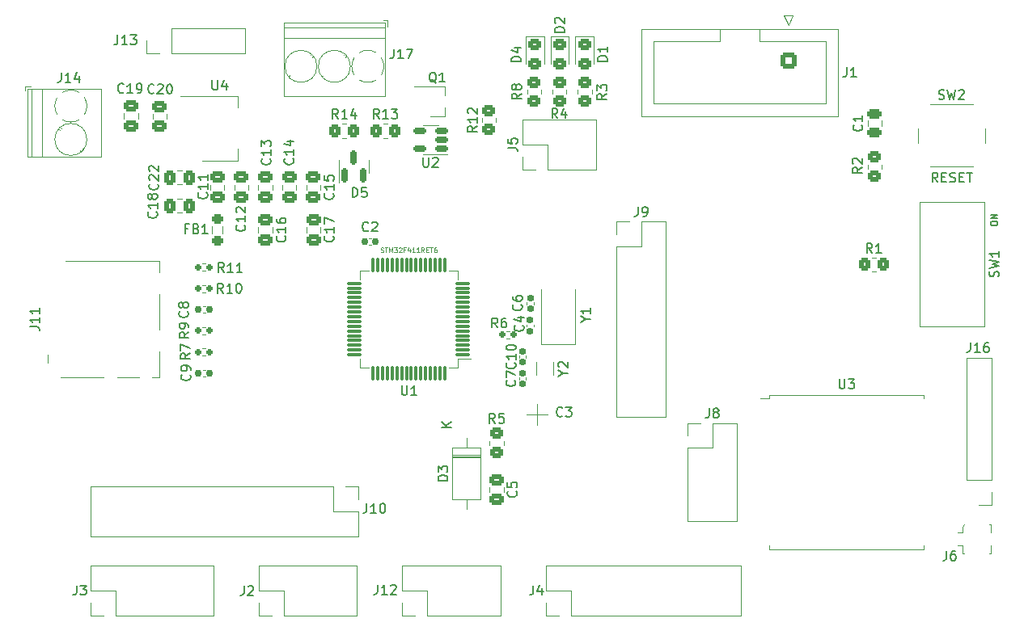
<source format=gto>
%TF.GenerationSoftware,KiCad,Pcbnew,6.0.7-f9a2dced07~116~ubuntu20.04.1*%
%TF.CreationDate,2023-02-02T12:22:44+01:00*%
%TF.ProjectId,MoleNet_V5.2.2,4d6f6c65-4e65-4745-9f56-352e322e322e,1*%
%TF.SameCoordinates,Original*%
%TF.FileFunction,Legend,Top*%
%TF.FilePolarity,Positive*%
%FSLAX46Y46*%
G04 Gerber Fmt 4.6, Leading zero omitted, Abs format (unit mm)*
G04 Created by KiCad (PCBNEW 6.0.7-f9a2dced07~116~ubuntu20.04.1) date 2023-02-02 12:22:44*
%MOMM*%
%LPD*%
G01*
G04 APERTURE LIST*
G04 Aperture macros list*
%AMRoundRect*
0 Rectangle with rounded corners*
0 $1 Rounding radius*
0 $2 $3 $4 $5 $6 $7 $8 $9 X,Y pos of 4 corners*
0 Add a 4 corners polygon primitive as box body*
4,1,4,$2,$3,$4,$5,$6,$7,$8,$9,$2,$3,0*
0 Add four circle primitives for the rounded corners*
1,1,$1+$1,$2,$3*
1,1,$1+$1,$4,$5*
1,1,$1+$1,$6,$7*
1,1,$1+$1,$8,$9*
0 Add four rect primitives between the rounded corners*
20,1,$1+$1,$2,$3,$4,$5,0*
20,1,$1+$1,$4,$5,$6,$7,0*
20,1,$1+$1,$6,$7,$8,$9,0*
20,1,$1+$1,$8,$9,$2,$3,0*%
G04 Aperture macros list end*
%ADD10C,0.150000*%
%ADD11C,0.125000*%
%ADD12C,0.120000*%
%ADD13RoundRect,0.155000X0.155000X-0.212500X0.155000X0.212500X-0.155000X0.212500X-0.155000X-0.212500X0*%
%ADD14RoundRect,0.250000X-0.475000X0.337500X-0.475000X-0.337500X0.475000X-0.337500X0.475000X0.337500X0*%
%ADD15RoundRect,0.250000X-0.450000X0.350000X-0.450000X-0.350000X0.450000X-0.350000X0.450000X0.350000X0*%
%ADD16R,2.400000X2.000000*%
%ADD17R,1.700000X1.700000*%
%ADD18O,1.700000X1.700000*%
%ADD19RoundRect,0.250000X-0.600000X0.600000X-0.600000X-0.600000X0.600000X-0.600000X0.600000X0.600000X0*%
%ADD20C,1.700000*%
%ADD21RoundRect,0.155000X0.212500X0.155000X-0.212500X0.155000X-0.212500X-0.155000X0.212500X-0.155000X0*%
%ADD22RoundRect,0.160000X0.197500X0.160000X-0.197500X0.160000X-0.197500X-0.160000X0.197500X-0.160000X0*%
%ADD23RoundRect,0.250000X-0.450000X0.325000X-0.450000X-0.325000X0.450000X-0.325000X0.450000X0.325000X0*%
%ADD24RoundRect,0.250000X-0.475000X0.250000X-0.475000X-0.250000X0.475000X-0.250000X0.475000X0.250000X0*%
%ADD25C,2.200000*%
%ADD26RoundRect,0.250000X-0.350000X-0.450000X0.350000X-0.450000X0.350000X0.450000X-0.350000X0.450000X0*%
%ADD27RoundRect,0.250000X0.337500X0.475000X-0.337500X0.475000X-0.337500X-0.475000X0.337500X-0.475000X0*%
%ADD28RoundRect,0.250000X0.350000X-0.275000X0.350000X0.275000X-0.350000X0.275000X-0.350000X-0.275000X0*%
%ADD29RoundRect,0.250000X0.450000X-0.350000X0.450000X0.350000X-0.450000X0.350000X-0.450000X-0.350000X0*%
%ADD30R,2.200000X2.200000*%
%ADD31O,2.200000X2.200000*%
%ADD32RoundRect,0.250000X0.350000X0.450000X-0.350000X0.450000X-0.350000X-0.450000X0.350000X-0.450000X0*%
%ADD33RoundRect,0.155000X-0.212500X-0.155000X0.212500X-0.155000X0.212500X0.155000X-0.212500X0.155000X0*%
%ADD34R,2.000000X1.000000*%
%ADD35R,1.000000X1.000000*%
%ADD36R,2.200000X1.050000*%
%ADD37R,2.400000X2.400000*%
%ADD38C,2.400000*%
%ADD39RoundRect,0.155000X-0.155000X0.212500X-0.155000X-0.212500X0.155000X-0.212500X0.155000X0.212500X0*%
%ADD40R,4.000000X4.000000*%
%ADD41C,4.000000*%
%ADD42R,1.800000X1.000000*%
%ADD43RoundRect,0.150000X0.512500X0.150000X-0.512500X0.150000X-0.512500X-0.150000X0.512500X-0.150000X0*%
%ADD44R,1.100000X0.850000*%
%ADD45R,1.100000X0.750000*%
%ADD46R,1.000000X1.200000*%
%ADD47R,1.350000X1.900000*%
%ADD48R,1.800000X1.170000*%
%ADD49R,1.350000X1.550000*%
%ADD50RoundRect,0.150000X0.150000X-0.587500X0.150000X0.587500X-0.150000X0.587500X-0.150000X-0.587500X0*%
%ADD51RoundRect,0.075000X0.700000X0.075000X-0.700000X0.075000X-0.700000X-0.075000X0.700000X-0.075000X0*%
%ADD52RoundRect,0.075000X0.075000X0.700000X-0.075000X0.700000X-0.075000X-0.700000X0.075000X-0.700000X0*%
%ADD53R,1.900000X0.800000*%
%ADD54C,2.000000*%
%ADD55C,2.224000*%
%ADD56R,2.000000X1.500000*%
%ADD57R,2.000000X3.800000*%
G04 APERTURE END LIST*
D10*
X190997619Y-76902380D02*
X190664285Y-76426190D01*
X190426190Y-76902380D02*
X190426190Y-75902380D01*
X190807142Y-75902380D01*
X190902380Y-75950000D01*
X190950000Y-75997619D01*
X190997619Y-76092857D01*
X190997619Y-76235714D01*
X190950000Y-76330952D01*
X190902380Y-76378571D01*
X190807142Y-76426190D01*
X190426190Y-76426190D01*
X191426190Y-76378571D02*
X191759523Y-76378571D01*
X191902380Y-76902380D02*
X191426190Y-76902380D01*
X191426190Y-75902380D01*
X191902380Y-75902380D01*
X192283333Y-76854761D02*
X192426190Y-76902380D01*
X192664285Y-76902380D01*
X192759523Y-76854761D01*
X192807142Y-76807142D01*
X192854761Y-76711904D01*
X192854761Y-76616666D01*
X192807142Y-76521428D01*
X192759523Y-76473809D01*
X192664285Y-76426190D01*
X192473809Y-76378571D01*
X192378571Y-76330952D01*
X192330952Y-76283333D01*
X192283333Y-76188095D01*
X192283333Y-76092857D01*
X192330952Y-75997619D01*
X192378571Y-75950000D01*
X192473809Y-75902380D01*
X192711904Y-75902380D01*
X192854761Y-75950000D01*
X193283333Y-76378571D02*
X193616666Y-76378571D01*
X193759523Y-76902380D02*
X193283333Y-76902380D01*
X193283333Y-75902380D01*
X193759523Y-75902380D01*
X194045238Y-75902380D02*
X194616666Y-75902380D01*
X194330952Y-76902380D02*
X194330952Y-75902380D01*
X196566666Y-81303333D02*
X196566666Y-81170000D01*
X196600000Y-81103333D01*
X196666666Y-81036666D01*
X196800000Y-81003333D01*
X197033333Y-81003333D01*
X197166666Y-81036666D01*
X197233333Y-81103333D01*
X197266666Y-81170000D01*
X197266666Y-81303333D01*
X197233333Y-81370000D01*
X197166666Y-81436666D01*
X197033333Y-81470000D01*
X196800000Y-81470000D01*
X196666666Y-81436666D01*
X196600000Y-81370000D01*
X196566666Y-81303333D01*
X197266666Y-80703333D02*
X196566666Y-80703333D01*
X197266666Y-80303333D01*
X196566666Y-80303333D01*
D11*
X132701428Y-84232380D02*
X132772857Y-84256190D01*
X132891904Y-84256190D01*
X132939523Y-84232380D01*
X132963333Y-84208571D01*
X132987142Y-84160952D01*
X132987142Y-84113333D01*
X132963333Y-84065714D01*
X132939523Y-84041904D01*
X132891904Y-84018095D01*
X132796666Y-83994285D01*
X132749047Y-83970476D01*
X132725238Y-83946666D01*
X132701428Y-83899047D01*
X132701428Y-83851428D01*
X132725238Y-83803809D01*
X132749047Y-83780000D01*
X132796666Y-83756190D01*
X132915714Y-83756190D01*
X132987142Y-83780000D01*
X133130000Y-83756190D02*
X133415714Y-83756190D01*
X133272857Y-84256190D02*
X133272857Y-83756190D01*
X133582380Y-84256190D02*
X133582380Y-83756190D01*
X133749047Y-84113333D01*
X133915714Y-83756190D01*
X133915714Y-84256190D01*
X134106190Y-83756190D02*
X134415714Y-83756190D01*
X134249047Y-83946666D01*
X134320476Y-83946666D01*
X134368095Y-83970476D01*
X134391904Y-83994285D01*
X134415714Y-84041904D01*
X134415714Y-84160952D01*
X134391904Y-84208571D01*
X134368095Y-84232380D01*
X134320476Y-84256190D01*
X134177619Y-84256190D01*
X134130000Y-84232380D01*
X134106190Y-84208571D01*
X134606190Y-83803809D02*
X134630000Y-83780000D01*
X134677619Y-83756190D01*
X134796666Y-83756190D01*
X134844285Y-83780000D01*
X134868095Y-83803809D01*
X134891904Y-83851428D01*
X134891904Y-83899047D01*
X134868095Y-83970476D01*
X134582380Y-84256190D01*
X134891904Y-84256190D01*
X135272857Y-83994285D02*
X135106190Y-83994285D01*
X135106190Y-84256190D02*
X135106190Y-83756190D01*
X135344285Y-83756190D01*
X135749047Y-83922857D02*
X135749047Y-84256190D01*
X135630000Y-83732380D02*
X135510952Y-84089523D01*
X135820476Y-84089523D01*
X136272857Y-84256190D02*
X135987142Y-84256190D01*
X136130000Y-84256190D02*
X136130000Y-83756190D01*
X136082380Y-83827619D01*
X136034761Y-83875238D01*
X135987142Y-83899047D01*
X136749047Y-84256190D02*
X136463333Y-84256190D01*
X136606190Y-84256190D02*
X136606190Y-83756190D01*
X136558571Y-83827619D01*
X136510952Y-83875238D01*
X136463333Y-83899047D01*
X137249047Y-84256190D02*
X137082380Y-84018095D01*
X136963333Y-84256190D02*
X136963333Y-83756190D01*
X137153809Y-83756190D01*
X137201428Y-83780000D01*
X137225238Y-83803809D01*
X137249047Y-83851428D01*
X137249047Y-83922857D01*
X137225238Y-83970476D01*
X137201428Y-83994285D01*
X137153809Y-84018095D01*
X136963333Y-84018095D01*
X137463333Y-83994285D02*
X137630000Y-83994285D01*
X137701428Y-84256190D02*
X137463333Y-84256190D01*
X137463333Y-83756190D01*
X137701428Y-83756190D01*
X137844285Y-83756190D02*
X138130000Y-83756190D01*
X137987142Y-84256190D02*
X137987142Y-83756190D01*
X138510952Y-83756190D02*
X138415714Y-83756190D01*
X138368095Y-83780000D01*
X138344285Y-83803809D01*
X138296666Y-83875238D01*
X138272857Y-83970476D01*
X138272857Y-84160952D01*
X138296666Y-84208571D01*
X138320476Y-84232380D01*
X138368095Y-84256190D01*
X138463333Y-84256190D01*
X138510952Y-84232380D01*
X138534761Y-84208571D01*
X138558571Y-84160952D01*
X138558571Y-84041904D01*
X138534761Y-83994285D01*
X138510952Y-83970476D01*
X138463333Y-83946666D01*
X138368095Y-83946666D01*
X138320476Y-83970476D01*
X138296666Y-83994285D01*
X138272857Y-84041904D01*
D10*
%TO.C,C10*%
X146727842Y-95847457D02*
X146775461Y-95895076D01*
X146823080Y-96037933D01*
X146823080Y-96133171D01*
X146775461Y-96276028D01*
X146680223Y-96371266D01*
X146584985Y-96418885D01*
X146394509Y-96466504D01*
X146251652Y-96466504D01*
X146061176Y-96418885D01*
X145965938Y-96371266D01*
X145870700Y-96276028D01*
X145823080Y-96133171D01*
X145823080Y-96037933D01*
X145870700Y-95895076D01*
X145918319Y-95847457D01*
X146823080Y-94895076D02*
X146823080Y-95466504D01*
X146823080Y-95180790D02*
X145823080Y-95180790D01*
X145965938Y-95276028D01*
X146061176Y-95371266D01*
X146108795Y-95466504D01*
X145823080Y-94276028D02*
X145823080Y-94180790D01*
X145870700Y-94085552D01*
X145918319Y-94037933D01*
X146013557Y-93990314D01*
X146204033Y-93942695D01*
X146442128Y-93942695D01*
X146632604Y-93990314D01*
X146727842Y-94037933D01*
X146775461Y-94085552D01*
X146823080Y-94180790D01*
X146823080Y-94276028D01*
X146775461Y-94371266D01*
X146727842Y-94418885D01*
X146632604Y-94466504D01*
X146442128Y-94514123D01*
X146204033Y-94514123D01*
X146013557Y-94466504D01*
X145918319Y-94418885D01*
X145870700Y-94371266D01*
X145823080Y-94276028D01*
%TO.C,C12*%
X118437142Y-81402857D02*
X118484761Y-81450476D01*
X118532380Y-81593333D01*
X118532380Y-81688571D01*
X118484761Y-81831428D01*
X118389523Y-81926666D01*
X118294285Y-81974285D01*
X118103809Y-82021904D01*
X117960952Y-82021904D01*
X117770476Y-81974285D01*
X117675238Y-81926666D01*
X117580000Y-81831428D01*
X117532380Y-81688571D01*
X117532380Y-81593333D01*
X117580000Y-81450476D01*
X117627619Y-81402857D01*
X118532380Y-80450476D02*
X118532380Y-81021904D01*
X118532380Y-80736190D02*
X117532380Y-80736190D01*
X117675238Y-80831428D01*
X117770476Y-80926666D01*
X117818095Y-81021904D01*
X117627619Y-80069523D02*
X117580000Y-80021904D01*
X117532380Y-79926666D01*
X117532380Y-79688571D01*
X117580000Y-79593333D01*
X117627619Y-79545714D01*
X117722857Y-79498095D01*
X117818095Y-79498095D01*
X117960952Y-79545714D01*
X118532380Y-80117142D01*
X118532380Y-79498095D01*
%TO.C,R3*%
X156352380Y-67646666D02*
X155876190Y-67980000D01*
X156352380Y-68218095D02*
X155352380Y-68218095D01*
X155352380Y-67837142D01*
X155400000Y-67741904D01*
X155447619Y-67694285D01*
X155542857Y-67646666D01*
X155685714Y-67646666D01*
X155780952Y-67694285D01*
X155828571Y-67741904D01*
X155876190Y-67837142D01*
X155876190Y-68218095D01*
X155352380Y-67313333D02*
X155352380Y-66694285D01*
X155733333Y-67027619D01*
X155733333Y-66884761D01*
X155780952Y-66789523D01*
X155828571Y-66741904D01*
X155923809Y-66694285D01*
X156161904Y-66694285D01*
X156257142Y-66741904D01*
X156304761Y-66789523D01*
X156352380Y-66884761D01*
X156352380Y-67170476D01*
X156304761Y-67265714D01*
X156257142Y-67313333D01*
%TO.C,Y1*%
X154146190Y-91296190D02*
X154622380Y-91296190D01*
X153622380Y-91629523D02*
X154146190Y-91296190D01*
X153622380Y-90962857D01*
X154622380Y-90105714D02*
X154622380Y-90677142D01*
X154622380Y-90391428D02*
X153622380Y-90391428D01*
X153765238Y-90486666D01*
X153860476Y-90581904D01*
X153908095Y-90677142D01*
%TO.C,J8*%
X167078066Y-100611980D02*
X167078066Y-101326266D01*
X167030447Y-101469123D01*
X166935209Y-101564361D01*
X166792352Y-101611980D01*
X166697114Y-101611980D01*
X167697114Y-101040552D02*
X167601876Y-100992933D01*
X167554257Y-100945314D01*
X167506638Y-100850076D01*
X167506638Y-100802457D01*
X167554257Y-100707219D01*
X167601876Y-100659600D01*
X167697114Y-100611980D01*
X167887590Y-100611980D01*
X167982828Y-100659600D01*
X168030447Y-100707219D01*
X168078066Y-100802457D01*
X168078066Y-100850076D01*
X168030447Y-100945314D01*
X167982828Y-100992933D01*
X167887590Y-101040552D01*
X167697114Y-101040552D01*
X167601876Y-101088171D01*
X167554257Y-101135790D01*
X167506638Y-101231028D01*
X167506638Y-101421504D01*
X167554257Y-101516742D01*
X167601876Y-101564361D01*
X167697114Y-101611980D01*
X167887590Y-101611980D01*
X167982828Y-101564361D01*
X168030447Y-101516742D01*
X168078066Y-101421504D01*
X168078066Y-101231028D01*
X168030447Y-101135790D01*
X167982828Y-101088171D01*
X167887590Y-101040552D01*
%TO.C,J1*%
X181476666Y-64882380D02*
X181476666Y-65596666D01*
X181429047Y-65739523D01*
X181333809Y-65834761D01*
X181190952Y-65882380D01*
X181095714Y-65882380D01*
X182476666Y-65882380D02*
X181905238Y-65882380D01*
X182190952Y-65882380D02*
X182190952Y-64882380D01*
X182095714Y-65025238D01*
X182000476Y-65120476D01*
X181905238Y-65168095D01*
%TO.C,C17*%
X127695942Y-82557857D02*
X127743561Y-82605476D01*
X127791180Y-82748333D01*
X127791180Y-82843571D01*
X127743561Y-82986428D01*
X127648323Y-83081666D01*
X127553085Y-83129285D01*
X127362609Y-83176904D01*
X127219752Y-83176904D01*
X127029276Y-83129285D01*
X126934038Y-83081666D01*
X126838800Y-82986428D01*
X126791180Y-82843571D01*
X126791180Y-82748333D01*
X126838800Y-82605476D01*
X126886419Y-82557857D01*
X127791180Y-81605476D02*
X127791180Y-82176904D01*
X127791180Y-81891190D02*
X126791180Y-81891190D01*
X126934038Y-81986428D01*
X127029276Y-82081666D01*
X127076895Y-82176904D01*
X126791180Y-81272142D02*
X126791180Y-80605476D01*
X127791180Y-81034047D01*
%TO.C,C2*%
X131393333Y-81977142D02*
X131345714Y-82024761D01*
X131202857Y-82072380D01*
X131107619Y-82072380D01*
X130964761Y-82024761D01*
X130869523Y-81929523D01*
X130821904Y-81834285D01*
X130774285Y-81643809D01*
X130774285Y-81500952D01*
X130821904Y-81310476D01*
X130869523Y-81215238D01*
X130964761Y-81120000D01*
X131107619Y-81072380D01*
X131202857Y-81072380D01*
X131345714Y-81120000D01*
X131393333Y-81167619D01*
X131774285Y-81167619D02*
X131821904Y-81120000D01*
X131917142Y-81072380D01*
X132155238Y-81072380D01*
X132250476Y-81120000D01*
X132298095Y-81167619D01*
X132345714Y-81262857D01*
X132345714Y-81358095D01*
X132298095Y-81500952D01*
X131726666Y-82072380D01*
X132345714Y-82072380D01*
%TO.C,R9*%
X112612380Y-92626666D02*
X112136190Y-92960000D01*
X112612380Y-93198095D02*
X111612380Y-93198095D01*
X111612380Y-92817142D01*
X111660000Y-92721904D01*
X111707619Y-92674285D01*
X111802857Y-92626666D01*
X111945714Y-92626666D01*
X112040952Y-92674285D01*
X112088571Y-92721904D01*
X112136190Y-92817142D01*
X112136190Y-93198095D01*
X112612380Y-92150476D02*
X112612380Y-91960000D01*
X112564761Y-91864761D01*
X112517142Y-91817142D01*
X112374285Y-91721904D01*
X112183809Y-91674285D01*
X111802857Y-91674285D01*
X111707619Y-91721904D01*
X111660000Y-91769523D01*
X111612380Y-91864761D01*
X111612380Y-92055238D01*
X111660000Y-92150476D01*
X111707619Y-92198095D01*
X111802857Y-92245714D01*
X112040952Y-92245714D01*
X112136190Y-92198095D01*
X112183809Y-92150476D01*
X112231428Y-92055238D01*
X112231428Y-91864761D01*
X112183809Y-91769523D01*
X112136190Y-91721904D01*
X112040952Y-91674285D01*
%TO.C,D2*%
X151912380Y-61188095D02*
X150912380Y-61188095D01*
X150912380Y-60950000D01*
X150960000Y-60807142D01*
X151055238Y-60711904D01*
X151150476Y-60664285D01*
X151340952Y-60616666D01*
X151483809Y-60616666D01*
X151674285Y-60664285D01*
X151769523Y-60711904D01*
X151864761Y-60807142D01*
X151912380Y-60950000D01*
X151912380Y-61188095D01*
X151007619Y-60235714D02*
X150960000Y-60188095D01*
X150912380Y-60092857D01*
X150912380Y-59854761D01*
X150960000Y-59759523D01*
X151007619Y-59711904D01*
X151102857Y-59664285D01*
X151198095Y-59664285D01*
X151340952Y-59711904D01*
X151912380Y-60283333D01*
X151912380Y-59664285D01*
%TO.C,C1*%
X183037142Y-70916666D02*
X183084761Y-70964285D01*
X183132380Y-71107142D01*
X183132380Y-71202380D01*
X183084761Y-71345238D01*
X182989523Y-71440476D01*
X182894285Y-71488095D01*
X182703809Y-71535714D01*
X182560952Y-71535714D01*
X182370476Y-71488095D01*
X182275238Y-71440476D01*
X182180000Y-71345238D01*
X182132380Y-71202380D01*
X182132380Y-71107142D01*
X182180000Y-70964285D01*
X182227619Y-70916666D01*
X183132380Y-69964285D02*
X183132380Y-70535714D01*
X183132380Y-70250000D02*
X182132380Y-70250000D01*
X182275238Y-70345238D01*
X182370476Y-70440476D01*
X182418095Y-70535714D01*
%TO.C,R5*%
X144664133Y-102153980D02*
X144330800Y-101677790D01*
X144092704Y-102153980D02*
X144092704Y-101153980D01*
X144473657Y-101153980D01*
X144568895Y-101201600D01*
X144616514Y-101249219D01*
X144664133Y-101344457D01*
X144664133Y-101487314D01*
X144616514Y-101582552D01*
X144568895Y-101630171D01*
X144473657Y-101677790D01*
X144092704Y-101677790D01*
X145568895Y-101153980D02*
X145092704Y-101153980D01*
X145045085Y-101630171D01*
X145092704Y-101582552D01*
X145187942Y-101534933D01*
X145426038Y-101534933D01*
X145521276Y-101582552D01*
X145568895Y-101630171D01*
X145616514Y-101725409D01*
X145616514Y-101963504D01*
X145568895Y-102058742D01*
X145521276Y-102106361D01*
X145426038Y-102153980D01*
X145187942Y-102153980D01*
X145092704Y-102106361D01*
X145045085Y-102058742D01*
%TO.C,R7*%
X112722380Y-94856666D02*
X112246190Y-95190000D01*
X112722380Y-95428095D02*
X111722380Y-95428095D01*
X111722380Y-95047142D01*
X111770000Y-94951904D01*
X111817619Y-94904285D01*
X111912857Y-94856666D01*
X112055714Y-94856666D01*
X112150952Y-94904285D01*
X112198571Y-94951904D01*
X112246190Y-95047142D01*
X112246190Y-95428095D01*
X111722380Y-94523333D02*
X111722380Y-93856666D01*
X112722380Y-94285238D01*
%TO.C,R1*%
X184150133Y-84324180D02*
X183816800Y-83847990D01*
X183578704Y-84324180D02*
X183578704Y-83324180D01*
X183959657Y-83324180D01*
X184054895Y-83371800D01*
X184102514Y-83419419D01*
X184150133Y-83514657D01*
X184150133Y-83657514D01*
X184102514Y-83752752D01*
X184054895Y-83800371D01*
X183959657Y-83847990D01*
X183578704Y-83847990D01*
X185102514Y-84324180D02*
X184531085Y-84324180D01*
X184816800Y-84324180D02*
X184816800Y-83324180D01*
X184721561Y-83467038D01*
X184626323Y-83562276D01*
X184531085Y-83609895D01*
%TO.C,C20*%
X108967142Y-67537142D02*
X108919523Y-67584761D01*
X108776666Y-67632380D01*
X108681428Y-67632380D01*
X108538571Y-67584761D01*
X108443333Y-67489523D01*
X108395714Y-67394285D01*
X108348095Y-67203809D01*
X108348095Y-67060952D01*
X108395714Y-66870476D01*
X108443333Y-66775238D01*
X108538571Y-66680000D01*
X108681428Y-66632380D01*
X108776666Y-66632380D01*
X108919523Y-66680000D01*
X108967142Y-66727619D01*
X109348095Y-66727619D02*
X109395714Y-66680000D01*
X109490952Y-66632380D01*
X109729047Y-66632380D01*
X109824285Y-66680000D01*
X109871904Y-66727619D01*
X109919523Y-66822857D01*
X109919523Y-66918095D01*
X109871904Y-67060952D01*
X109300476Y-67632380D01*
X109919523Y-67632380D01*
X110538571Y-66632380D02*
X110633809Y-66632380D01*
X110729047Y-66680000D01*
X110776666Y-66727619D01*
X110824285Y-66822857D01*
X110871904Y-67013333D01*
X110871904Y-67251428D01*
X110824285Y-67441904D01*
X110776666Y-67537142D01*
X110729047Y-67584761D01*
X110633809Y-67632380D01*
X110538571Y-67632380D01*
X110443333Y-67584761D01*
X110395714Y-67537142D01*
X110348095Y-67441904D01*
X110300476Y-67251428D01*
X110300476Y-67013333D01*
X110348095Y-66822857D01*
X110395714Y-66727619D01*
X110443333Y-66680000D01*
X110538571Y-66632380D01*
%TO.C,C22*%
X109327142Y-77082857D02*
X109374761Y-77130476D01*
X109422380Y-77273333D01*
X109422380Y-77368571D01*
X109374761Y-77511428D01*
X109279523Y-77606666D01*
X109184285Y-77654285D01*
X108993809Y-77701904D01*
X108850952Y-77701904D01*
X108660476Y-77654285D01*
X108565238Y-77606666D01*
X108470000Y-77511428D01*
X108422380Y-77368571D01*
X108422380Y-77273333D01*
X108470000Y-77130476D01*
X108517619Y-77082857D01*
X108517619Y-76701904D02*
X108470000Y-76654285D01*
X108422380Y-76559047D01*
X108422380Y-76320952D01*
X108470000Y-76225714D01*
X108517619Y-76178095D01*
X108612857Y-76130476D01*
X108708095Y-76130476D01*
X108850952Y-76178095D01*
X109422380Y-76749523D01*
X109422380Y-76130476D01*
X108517619Y-75749523D02*
X108470000Y-75701904D01*
X108422380Y-75606666D01*
X108422380Y-75368571D01*
X108470000Y-75273333D01*
X108517619Y-75225714D01*
X108612857Y-75178095D01*
X108708095Y-75178095D01*
X108850952Y-75225714D01*
X109422380Y-75797142D01*
X109422380Y-75178095D01*
%TO.C,C15*%
X127690942Y-78083557D02*
X127738561Y-78131176D01*
X127786180Y-78274033D01*
X127786180Y-78369271D01*
X127738561Y-78512128D01*
X127643323Y-78607366D01*
X127548085Y-78654985D01*
X127357609Y-78702604D01*
X127214752Y-78702604D01*
X127024276Y-78654985D01*
X126929038Y-78607366D01*
X126833800Y-78512128D01*
X126786180Y-78369271D01*
X126786180Y-78274033D01*
X126833800Y-78131176D01*
X126881419Y-78083557D01*
X127786180Y-77131176D02*
X127786180Y-77702604D01*
X127786180Y-77416890D02*
X126786180Y-77416890D01*
X126929038Y-77512128D01*
X127024276Y-77607366D01*
X127071895Y-77702604D01*
X126786180Y-76226414D02*
X126786180Y-76702604D01*
X127262371Y-76750223D01*
X127214752Y-76702604D01*
X127167133Y-76607366D01*
X127167133Y-76369271D01*
X127214752Y-76274033D01*
X127262371Y-76226414D01*
X127357609Y-76178795D01*
X127595704Y-76178795D01*
X127690942Y-76226414D01*
X127738561Y-76274033D01*
X127786180Y-76369271D01*
X127786180Y-76607366D01*
X127738561Y-76702604D01*
X127690942Y-76750223D01*
%TO.C,C18*%
X109227142Y-80032857D02*
X109274761Y-80080476D01*
X109322380Y-80223333D01*
X109322380Y-80318571D01*
X109274761Y-80461428D01*
X109179523Y-80556666D01*
X109084285Y-80604285D01*
X108893809Y-80651904D01*
X108750952Y-80651904D01*
X108560476Y-80604285D01*
X108465238Y-80556666D01*
X108370000Y-80461428D01*
X108322380Y-80318571D01*
X108322380Y-80223333D01*
X108370000Y-80080476D01*
X108417619Y-80032857D01*
X109322380Y-79080476D02*
X109322380Y-79651904D01*
X109322380Y-79366190D02*
X108322380Y-79366190D01*
X108465238Y-79461428D01*
X108560476Y-79556666D01*
X108608095Y-79651904D01*
X108750952Y-78509047D02*
X108703333Y-78604285D01*
X108655714Y-78651904D01*
X108560476Y-78699523D01*
X108512857Y-78699523D01*
X108417619Y-78651904D01*
X108370000Y-78604285D01*
X108322380Y-78509047D01*
X108322380Y-78318571D01*
X108370000Y-78223333D01*
X108417619Y-78175714D01*
X108512857Y-78128095D01*
X108560476Y-78128095D01*
X108655714Y-78175714D01*
X108703333Y-78223333D01*
X108750952Y-78318571D01*
X108750952Y-78509047D01*
X108798571Y-78604285D01*
X108846190Y-78651904D01*
X108941428Y-78699523D01*
X109131904Y-78699523D01*
X109227142Y-78651904D01*
X109274761Y-78604285D01*
X109322380Y-78509047D01*
X109322380Y-78318571D01*
X109274761Y-78223333D01*
X109227142Y-78175714D01*
X109131904Y-78128095D01*
X108941428Y-78128095D01*
X108846190Y-78175714D01*
X108798571Y-78223333D01*
X108750952Y-78318571D01*
%TO.C,R10*%
X116217142Y-88512380D02*
X115883809Y-88036190D01*
X115645714Y-88512380D02*
X115645714Y-87512380D01*
X116026666Y-87512380D01*
X116121904Y-87560000D01*
X116169523Y-87607619D01*
X116217142Y-87702857D01*
X116217142Y-87845714D01*
X116169523Y-87940952D01*
X116121904Y-87988571D01*
X116026666Y-88036190D01*
X115645714Y-88036190D01*
X117169523Y-88512380D02*
X116598095Y-88512380D01*
X116883809Y-88512380D02*
X116883809Y-87512380D01*
X116788571Y-87655238D01*
X116693333Y-87750476D01*
X116598095Y-87798095D01*
X117788571Y-87512380D02*
X117883809Y-87512380D01*
X117979047Y-87560000D01*
X118026666Y-87607619D01*
X118074285Y-87702857D01*
X118121904Y-87893333D01*
X118121904Y-88131428D01*
X118074285Y-88321904D01*
X118026666Y-88417142D01*
X117979047Y-88464761D01*
X117883809Y-88512380D01*
X117788571Y-88512380D01*
X117693333Y-88464761D01*
X117645714Y-88417142D01*
X117598095Y-88321904D01*
X117550476Y-88131428D01*
X117550476Y-87893333D01*
X117598095Y-87702857D01*
X117645714Y-87607619D01*
X117693333Y-87560000D01*
X117788571Y-87512380D01*
%TO.C,C16*%
X122666742Y-82557857D02*
X122714361Y-82605476D01*
X122761980Y-82748333D01*
X122761980Y-82843571D01*
X122714361Y-82986428D01*
X122619123Y-83081666D01*
X122523885Y-83129285D01*
X122333409Y-83176904D01*
X122190552Y-83176904D01*
X122000076Y-83129285D01*
X121904838Y-83081666D01*
X121809600Y-82986428D01*
X121761980Y-82843571D01*
X121761980Y-82748333D01*
X121809600Y-82605476D01*
X121857219Y-82557857D01*
X122761980Y-81605476D02*
X122761980Y-82176904D01*
X122761980Y-81891190D02*
X121761980Y-81891190D01*
X121904838Y-81986428D01*
X122000076Y-82081666D01*
X122047695Y-82176904D01*
X121761980Y-80748333D02*
X121761980Y-80938809D01*
X121809600Y-81034047D01*
X121857219Y-81081666D01*
X122000076Y-81176904D01*
X122190552Y-81224523D01*
X122571504Y-81224523D01*
X122666742Y-81176904D01*
X122714361Y-81129285D01*
X122761980Y-81034047D01*
X122761980Y-80843571D01*
X122714361Y-80748333D01*
X122666742Y-80700714D01*
X122571504Y-80653095D01*
X122333409Y-80653095D01*
X122238171Y-80700714D01*
X122190552Y-80748333D01*
X122142933Y-80843571D01*
X122142933Y-81034047D01*
X122190552Y-81129285D01*
X122238171Y-81176904D01*
X122333409Y-81224523D01*
%TO.C,C11*%
X114477142Y-78012857D02*
X114524761Y-78060476D01*
X114572380Y-78203333D01*
X114572380Y-78298571D01*
X114524761Y-78441428D01*
X114429523Y-78536666D01*
X114334285Y-78584285D01*
X114143809Y-78631904D01*
X114000952Y-78631904D01*
X113810476Y-78584285D01*
X113715238Y-78536666D01*
X113620000Y-78441428D01*
X113572380Y-78298571D01*
X113572380Y-78203333D01*
X113620000Y-78060476D01*
X113667619Y-78012857D01*
X114572380Y-77060476D02*
X114572380Y-77631904D01*
X114572380Y-77346190D02*
X113572380Y-77346190D01*
X113715238Y-77441428D01*
X113810476Y-77536666D01*
X113858095Y-77631904D01*
X114572380Y-76108095D02*
X114572380Y-76679523D01*
X114572380Y-76393809D02*
X113572380Y-76393809D01*
X113715238Y-76489047D01*
X113810476Y-76584285D01*
X113858095Y-76679523D01*
%TO.C,J9*%
X159629266Y-79501780D02*
X159629266Y-80216066D01*
X159581647Y-80358923D01*
X159486409Y-80454161D01*
X159343552Y-80501780D01*
X159248314Y-80501780D01*
X160153076Y-80501780D02*
X160343552Y-80501780D01*
X160438790Y-80454161D01*
X160486409Y-80406542D01*
X160581647Y-80263685D01*
X160629266Y-80073209D01*
X160629266Y-79692257D01*
X160581647Y-79597019D01*
X160534028Y-79549400D01*
X160438790Y-79501780D01*
X160248314Y-79501780D01*
X160153076Y-79549400D01*
X160105457Y-79597019D01*
X160057838Y-79692257D01*
X160057838Y-79930352D01*
X160105457Y-80025590D01*
X160153076Y-80073209D01*
X160248314Y-80120828D01*
X160438790Y-80120828D01*
X160534028Y-80073209D01*
X160581647Y-80025590D01*
X160629266Y-79930352D01*
%TO.C,FB1*%
X112526666Y-81778571D02*
X112193333Y-81778571D01*
X112193333Y-82302380D02*
X112193333Y-81302380D01*
X112669523Y-81302380D01*
X113383809Y-81778571D02*
X113526666Y-81826190D01*
X113574285Y-81873809D01*
X113621904Y-81969047D01*
X113621904Y-82111904D01*
X113574285Y-82207142D01*
X113526666Y-82254761D01*
X113431428Y-82302380D01*
X113050476Y-82302380D01*
X113050476Y-81302380D01*
X113383809Y-81302380D01*
X113479047Y-81350000D01*
X113526666Y-81397619D01*
X113574285Y-81492857D01*
X113574285Y-81588095D01*
X113526666Y-81683333D01*
X113479047Y-81730952D01*
X113383809Y-81778571D01*
X113050476Y-81778571D01*
X114574285Y-82302380D02*
X114002857Y-82302380D01*
X114288571Y-82302380D02*
X114288571Y-81302380D01*
X114193333Y-81445238D01*
X114098095Y-81540476D01*
X114002857Y-81588095D01*
%TO.C,C14*%
X123507142Y-74432857D02*
X123554761Y-74480476D01*
X123602380Y-74623333D01*
X123602380Y-74718571D01*
X123554761Y-74861428D01*
X123459523Y-74956666D01*
X123364285Y-75004285D01*
X123173809Y-75051904D01*
X123030952Y-75051904D01*
X122840476Y-75004285D01*
X122745238Y-74956666D01*
X122650000Y-74861428D01*
X122602380Y-74718571D01*
X122602380Y-74623333D01*
X122650000Y-74480476D01*
X122697619Y-74432857D01*
X123602380Y-73480476D02*
X123602380Y-74051904D01*
X123602380Y-73766190D02*
X122602380Y-73766190D01*
X122745238Y-73861428D01*
X122840476Y-73956666D01*
X122888095Y-74051904D01*
X122935714Y-72623333D02*
X123602380Y-72623333D01*
X122554761Y-72861428D02*
X123269047Y-73099523D01*
X123269047Y-72480476D01*
%TO.C,R4*%
X151203333Y-70202380D02*
X150870000Y-69726190D01*
X150631904Y-70202380D02*
X150631904Y-69202380D01*
X151012857Y-69202380D01*
X151108095Y-69250000D01*
X151155714Y-69297619D01*
X151203333Y-69392857D01*
X151203333Y-69535714D01*
X151155714Y-69630952D01*
X151108095Y-69678571D01*
X151012857Y-69726190D01*
X150631904Y-69726190D01*
X152060476Y-69535714D02*
X152060476Y-70202380D01*
X151822380Y-69154761D02*
X151584285Y-69869047D01*
X152203333Y-69869047D01*
%TO.C,R12*%
X142802380Y-71042857D02*
X142326190Y-71376190D01*
X142802380Y-71614285D02*
X141802380Y-71614285D01*
X141802380Y-71233333D01*
X141850000Y-71138095D01*
X141897619Y-71090476D01*
X141992857Y-71042857D01*
X142135714Y-71042857D01*
X142230952Y-71090476D01*
X142278571Y-71138095D01*
X142326190Y-71233333D01*
X142326190Y-71614285D01*
X142802380Y-70090476D02*
X142802380Y-70661904D01*
X142802380Y-70376190D02*
X141802380Y-70376190D01*
X141945238Y-70471428D01*
X142040476Y-70566666D01*
X142088095Y-70661904D01*
X141897619Y-69709523D02*
X141850000Y-69661904D01*
X141802380Y-69566666D01*
X141802380Y-69328571D01*
X141850000Y-69233333D01*
X141897619Y-69185714D01*
X141992857Y-69138095D01*
X142088095Y-69138095D01*
X142230952Y-69185714D01*
X142802380Y-69757142D01*
X142802380Y-69138095D01*
%TO.C,R6*%
X144933333Y-92152380D02*
X144600000Y-91676190D01*
X144361904Y-92152380D02*
X144361904Y-91152380D01*
X144742857Y-91152380D01*
X144838095Y-91200000D01*
X144885714Y-91247619D01*
X144933333Y-91342857D01*
X144933333Y-91485714D01*
X144885714Y-91580952D01*
X144838095Y-91628571D01*
X144742857Y-91676190D01*
X144361904Y-91676190D01*
X145790476Y-91152380D02*
X145600000Y-91152380D01*
X145504761Y-91200000D01*
X145457142Y-91247619D01*
X145361904Y-91390476D01*
X145314285Y-91580952D01*
X145314285Y-91961904D01*
X145361904Y-92057142D01*
X145409523Y-92104761D01*
X145504761Y-92152380D01*
X145695238Y-92152380D01*
X145790476Y-92104761D01*
X145838095Y-92057142D01*
X145885714Y-91961904D01*
X145885714Y-91723809D01*
X145838095Y-91628571D01*
X145790476Y-91580952D01*
X145695238Y-91533333D01*
X145504761Y-91533333D01*
X145409523Y-91580952D01*
X145361904Y-91628571D01*
X145314285Y-91723809D01*
%TO.C,D4*%
X147382380Y-64278095D02*
X146382380Y-64278095D01*
X146382380Y-64040000D01*
X146430000Y-63897142D01*
X146525238Y-63801904D01*
X146620476Y-63754285D01*
X146810952Y-63706666D01*
X146953809Y-63706666D01*
X147144285Y-63754285D01*
X147239523Y-63801904D01*
X147334761Y-63897142D01*
X147382380Y-64040000D01*
X147382380Y-64278095D01*
X146715714Y-62849523D02*
X147382380Y-62849523D01*
X146334761Y-63087619D02*
X147049047Y-63325714D01*
X147049047Y-62706666D01*
%TO.C,C4*%
X147575542Y-91911466D02*
X147623161Y-91959085D01*
X147670780Y-92101942D01*
X147670780Y-92197180D01*
X147623161Y-92340038D01*
X147527923Y-92435276D01*
X147432685Y-92482895D01*
X147242209Y-92530514D01*
X147099352Y-92530514D01*
X146908876Y-92482895D01*
X146813638Y-92435276D01*
X146718400Y-92340038D01*
X146670780Y-92197180D01*
X146670780Y-92101942D01*
X146718400Y-91959085D01*
X146766019Y-91911466D01*
X147004114Y-91054323D02*
X147670780Y-91054323D01*
X146623161Y-91292419D02*
X147337447Y-91530514D01*
X147337447Y-90911466D01*
%TO.C,D3*%
X139695180Y-108180095D02*
X138695180Y-108180095D01*
X138695180Y-107942000D01*
X138742800Y-107799142D01*
X138838038Y-107703904D01*
X138933276Y-107656285D01*
X139123752Y-107608666D01*
X139266609Y-107608666D01*
X139457085Y-107656285D01*
X139552323Y-107703904D01*
X139647561Y-107799142D01*
X139695180Y-107942000D01*
X139695180Y-108180095D01*
X138695180Y-107275333D02*
X138695180Y-106656285D01*
X139076133Y-106989619D01*
X139076133Y-106846761D01*
X139123752Y-106751523D01*
X139171371Y-106703904D01*
X139266609Y-106656285D01*
X139504704Y-106656285D01*
X139599942Y-106703904D01*
X139647561Y-106751523D01*
X139695180Y-106846761D01*
X139695180Y-107132476D01*
X139647561Y-107227714D01*
X139599942Y-107275333D01*
X140101580Y-102623904D02*
X139101580Y-102623904D01*
X140101580Y-102052476D02*
X139530152Y-102481047D01*
X139101580Y-102052476D02*
X139673009Y-102623904D01*
%TO.C,R13*%
X132527142Y-70242380D02*
X132193809Y-69766190D01*
X131955714Y-70242380D02*
X131955714Y-69242380D01*
X132336666Y-69242380D01*
X132431904Y-69290000D01*
X132479523Y-69337619D01*
X132527142Y-69432857D01*
X132527142Y-69575714D01*
X132479523Y-69670952D01*
X132431904Y-69718571D01*
X132336666Y-69766190D01*
X131955714Y-69766190D01*
X133479523Y-70242380D02*
X132908095Y-70242380D01*
X133193809Y-70242380D02*
X133193809Y-69242380D01*
X133098571Y-69385238D01*
X133003333Y-69480476D01*
X132908095Y-69528095D01*
X133812857Y-69242380D02*
X134431904Y-69242380D01*
X134098571Y-69623333D01*
X134241428Y-69623333D01*
X134336666Y-69670952D01*
X134384285Y-69718571D01*
X134431904Y-69813809D01*
X134431904Y-70051904D01*
X134384285Y-70147142D01*
X134336666Y-70194761D01*
X134241428Y-70242380D01*
X133955714Y-70242380D01*
X133860476Y-70194761D01*
X133812857Y-70147142D01*
%TO.C,J10*%
X131230476Y-110582380D02*
X131230476Y-111296666D01*
X131182857Y-111439523D01*
X131087619Y-111534761D01*
X130944761Y-111582380D01*
X130849523Y-111582380D01*
X132230476Y-111582380D02*
X131659047Y-111582380D01*
X131944761Y-111582380D02*
X131944761Y-110582380D01*
X131849523Y-110725238D01*
X131754285Y-110820476D01*
X131659047Y-110868095D01*
X132849523Y-110582380D02*
X132944761Y-110582380D01*
X133040000Y-110630000D01*
X133087619Y-110677619D01*
X133135238Y-110772857D01*
X133182857Y-110963333D01*
X133182857Y-111201428D01*
X133135238Y-111391904D01*
X133087619Y-111487142D01*
X133040000Y-111534761D01*
X132944761Y-111582380D01*
X132849523Y-111582380D01*
X132754285Y-111534761D01*
X132706666Y-111487142D01*
X132659047Y-111391904D01*
X132611428Y-111201428D01*
X132611428Y-110963333D01*
X132659047Y-110772857D01*
X132706666Y-110677619D01*
X132754285Y-110630000D01*
X132849523Y-110582380D01*
%TO.C,C9*%
X112707142Y-97076666D02*
X112754761Y-97124285D01*
X112802380Y-97267142D01*
X112802380Y-97362380D01*
X112754761Y-97505238D01*
X112659523Y-97600476D01*
X112564285Y-97648095D01*
X112373809Y-97695714D01*
X112230952Y-97695714D01*
X112040476Y-97648095D01*
X111945238Y-97600476D01*
X111850000Y-97505238D01*
X111802380Y-97362380D01*
X111802380Y-97267142D01*
X111850000Y-97124285D01*
X111897619Y-97076666D01*
X112802380Y-96600476D02*
X112802380Y-96410000D01*
X112754761Y-96314761D01*
X112707142Y-96267142D01*
X112564285Y-96171904D01*
X112373809Y-96124285D01*
X111992857Y-96124285D01*
X111897619Y-96171904D01*
X111850000Y-96219523D01*
X111802380Y-96314761D01*
X111802380Y-96505238D01*
X111850000Y-96600476D01*
X111897619Y-96648095D01*
X111992857Y-96695714D01*
X112230952Y-96695714D01*
X112326190Y-96648095D01*
X112373809Y-96600476D01*
X112421428Y-96505238D01*
X112421428Y-96314761D01*
X112373809Y-96219523D01*
X112326190Y-96171904D01*
X112230952Y-96124285D01*
%TO.C,U3*%
X180700695Y-97541980D02*
X180700695Y-98351504D01*
X180748314Y-98446742D01*
X180795933Y-98494361D01*
X180891171Y-98541980D01*
X181081647Y-98541980D01*
X181176885Y-98494361D01*
X181224504Y-98446742D01*
X181272123Y-98351504D01*
X181272123Y-97541980D01*
X181653076Y-97541980D02*
X182272123Y-97541980D01*
X181938790Y-97922933D01*
X182081647Y-97922933D01*
X182176885Y-97970552D01*
X182224504Y-98018171D01*
X182272123Y-98113409D01*
X182272123Y-98351504D01*
X182224504Y-98446742D01*
X182176885Y-98494361D01*
X182081647Y-98541980D01*
X181795933Y-98541980D01*
X181700695Y-98494361D01*
X181653076Y-98446742D01*
%TO.C,J6*%
X191916666Y-115542380D02*
X191916666Y-116256666D01*
X191869047Y-116399523D01*
X191773809Y-116494761D01*
X191630952Y-116542380D01*
X191535714Y-116542380D01*
X192821428Y-115542380D02*
X192630952Y-115542380D01*
X192535714Y-115590000D01*
X192488095Y-115637619D01*
X192392857Y-115780476D01*
X192345238Y-115970952D01*
X192345238Y-116351904D01*
X192392857Y-116447142D01*
X192440476Y-116494761D01*
X192535714Y-116542380D01*
X192726190Y-116542380D01*
X192821428Y-116494761D01*
X192869047Y-116447142D01*
X192916666Y-116351904D01*
X192916666Y-116113809D01*
X192869047Y-116018571D01*
X192821428Y-115970952D01*
X192726190Y-115923333D01*
X192535714Y-115923333D01*
X192440476Y-115970952D01*
X192392857Y-116018571D01*
X192345238Y-116113809D01*
%TO.C,J14*%
X99250476Y-65432380D02*
X99250476Y-66146666D01*
X99202857Y-66289523D01*
X99107619Y-66384761D01*
X98964761Y-66432380D01*
X98869523Y-66432380D01*
X100250476Y-66432380D02*
X99679047Y-66432380D01*
X99964761Y-66432380D02*
X99964761Y-65432380D01*
X99869523Y-65575238D01*
X99774285Y-65670476D01*
X99679047Y-65718095D01*
X101107619Y-65765714D02*
X101107619Y-66432380D01*
X100869523Y-65384761D02*
X100631428Y-66099047D01*
X101250476Y-66099047D01*
%TO.C,J17*%
X134064476Y-62952380D02*
X134064476Y-63666666D01*
X134016857Y-63809523D01*
X133921619Y-63904761D01*
X133778761Y-63952380D01*
X133683523Y-63952380D01*
X135064476Y-63952380D02*
X134493047Y-63952380D01*
X134778761Y-63952380D02*
X134778761Y-62952380D01*
X134683523Y-63095238D01*
X134588285Y-63190476D01*
X134493047Y-63238095D01*
X135397809Y-62952380D02*
X136064476Y-62952380D01*
X135635904Y-63952380D01*
%TO.C,C13*%
X121097142Y-74452857D02*
X121144761Y-74500476D01*
X121192380Y-74643333D01*
X121192380Y-74738571D01*
X121144761Y-74881428D01*
X121049523Y-74976666D01*
X120954285Y-75024285D01*
X120763809Y-75071904D01*
X120620952Y-75071904D01*
X120430476Y-75024285D01*
X120335238Y-74976666D01*
X120240000Y-74881428D01*
X120192380Y-74738571D01*
X120192380Y-74643333D01*
X120240000Y-74500476D01*
X120287619Y-74452857D01*
X121192380Y-73500476D02*
X121192380Y-74071904D01*
X121192380Y-73786190D02*
X120192380Y-73786190D01*
X120335238Y-73881428D01*
X120430476Y-73976666D01*
X120478095Y-74071904D01*
X120192380Y-73167142D02*
X120192380Y-72548095D01*
X120573333Y-72881428D01*
X120573333Y-72738571D01*
X120620952Y-72643333D01*
X120668571Y-72595714D01*
X120763809Y-72548095D01*
X121001904Y-72548095D01*
X121097142Y-72595714D01*
X121144761Y-72643333D01*
X121192380Y-72738571D01*
X121192380Y-73024285D01*
X121144761Y-73119523D01*
X121097142Y-73167142D01*
%TO.C,J3*%
X100866666Y-119162380D02*
X100866666Y-119876666D01*
X100819047Y-120019523D01*
X100723809Y-120114761D01*
X100580952Y-120162380D01*
X100485714Y-120162380D01*
X101247619Y-119162380D02*
X101866666Y-119162380D01*
X101533333Y-119543333D01*
X101676190Y-119543333D01*
X101771428Y-119590952D01*
X101819047Y-119638571D01*
X101866666Y-119733809D01*
X101866666Y-119971904D01*
X101819047Y-120067142D01*
X101771428Y-120114761D01*
X101676190Y-120162380D01*
X101390476Y-120162380D01*
X101295238Y-120114761D01*
X101247619Y-120067142D01*
%TO.C,J13*%
X105160476Y-61502380D02*
X105160476Y-62216666D01*
X105112857Y-62359523D01*
X105017619Y-62454761D01*
X104874761Y-62502380D01*
X104779523Y-62502380D01*
X106160476Y-62502380D02*
X105589047Y-62502380D01*
X105874761Y-62502380D02*
X105874761Y-61502380D01*
X105779523Y-61645238D01*
X105684285Y-61740476D01*
X105589047Y-61788095D01*
X106493809Y-61502380D02*
X107112857Y-61502380D01*
X106779523Y-61883333D01*
X106922380Y-61883333D01*
X107017619Y-61930952D01*
X107065238Y-61978571D01*
X107112857Y-62073809D01*
X107112857Y-62311904D01*
X107065238Y-62407142D01*
X107017619Y-62454761D01*
X106922380Y-62502380D01*
X106636666Y-62502380D01*
X106541428Y-62454761D01*
X106493809Y-62407142D01*
%TO.C,C19*%
X105787142Y-67477142D02*
X105739523Y-67524761D01*
X105596666Y-67572380D01*
X105501428Y-67572380D01*
X105358571Y-67524761D01*
X105263333Y-67429523D01*
X105215714Y-67334285D01*
X105168095Y-67143809D01*
X105168095Y-67000952D01*
X105215714Y-66810476D01*
X105263333Y-66715238D01*
X105358571Y-66620000D01*
X105501428Y-66572380D01*
X105596666Y-66572380D01*
X105739523Y-66620000D01*
X105787142Y-66667619D01*
X106739523Y-67572380D02*
X106168095Y-67572380D01*
X106453809Y-67572380D02*
X106453809Y-66572380D01*
X106358571Y-66715238D01*
X106263333Y-66810476D01*
X106168095Y-66858095D01*
X107215714Y-67572380D02*
X107406190Y-67572380D01*
X107501428Y-67524761D01*
X107549047Y-67477142D01*
X107644285Y-67334285D01*
X107691904Y-67143809D01*
X107691904Y-66762857D01*
X107644285Y-66667619D01*
X107596666Y-66620000D01*
X107501428Y-66572380D01*
X107310952Y-66572380D01*
X107215714Y-66620000D01*
X107168095Y-66667619D01*
X107120476Y-66762857D01*
X107120476Y-67000952D01*
X107168095Y-67096190D01*
X107215714Y-67143809D01*
X107310952Y-67191428D01*
X107501428Y-67191428D01*
X107596666Y-67143809D01*
X107644285Y-67096190D01*
X107691904Y-67000952D01*
%TO.C,J2*%
X118376666Y-119222380D02*
X118376666Y-119936666D01*
X118329047Y-120079523D01*
X118233809Y-120174761D01*
X118090952Y-120222380D01*
X117995714Y-120222380D01*
X118805238Y-119317619D02*
X118852857Y-119270000D01*
X118948095Y-119222380D01*
X119186190Y-119222380D01*
X119281428Y-119270000D01*
X119329047Y-119317619D01*
X119376666Y-119412857D01*
X119376666Y-119508095D01*
X119329047Y-119650952D01*
X118757619Y-120222380D01*
X119376666Y-120222380D01*
%TO.C,C7*%
X146717142Y-97657266D02*
X146764761Y-97704885D01*
X146812380Y-97847742D01*
X146812380Y-97942980D01*
X146764761Y-98085838D01*
X146669523Y-98181076D01*
X146574285Y-98228695D01*
X146383809Y-98276314D01*
X146240952Y-98276314D01*
X146050476Y-98228695D01*
X145955238Y-98181076D01*
X145860000Y-98085838D01*
X145812380Y-97942980D01*
X145812380Y-97847742D01*
X145860000Y-97704885D01*
X145907619Y-97657266D01*
X145812380Y-97323933D02*
X145812380Y-96657266D01*
X146812380Y-97085838D01*
%TO.C,J12*%
X132370476Y-119102380D02*
X132370476Y-119816666D01*
X132322857Y-119959523D01*
X132227619Y-120054761D01*
X132084761Y-120102380D01*
X131989523Y-120102380D01*
X133370476Y-120102380D02*
X132799047Y-120102380D01*
X133084761Y-120102380D02*
X133084761Y-119102380D01*
X132989523Y-119245238D01*
X132894285Y-119340476D01*
X132799047Y-119388095D01*
X133751428Y-119197619D02*
X133799047Y-119150000D01*
X133894285Y-119102380D01*
X134132380Y-119102380D01*
X134227619Y-119150000D01*
X134275238Y-119197619D01*
X134322857Y-119292857D01*
X134322857Y-119388095D01*
X134275238Y-119530952D01*
X133703809Y-120102380D01*
X134322857Y-120102380D01*
%TO.C,C3*%
X151714533Y-101384742D02*
X151666914Y-101432361D01*
X151524057Y-101479980D01*
X151428819Y-101479980D01*
X151285961Y-101432361D01*
X151190723Y-101337123D01*
X151143104Y-101241885D01*
X151095485Y-101051409D01*
X151095485Y-100908552D01*
X151143104Y-100718076D01*
X151190723Y-100622838D01*
X151285961Y-100527600D01*
X151428819Y-100479980D01*
X151524057Y-100479980D01*
X151666914Y-100527600D01*
X151714533Y-100575219D01*
X152047866Y-100479980D02*
X152666914Y-100479980D01*
X152333580Y-100860933D01*
X152476438Y-100860933D01*
X152571676Y-100908552D01*
X152619295Y-100956171D01*
X152666914Y-101051409D01*
X152666914Y-101289504D01*
X152619295Y-101384742D01*
X152571676Y-101432361D01*
X152476438Y-101479980D01*
X152190723Y-101479980D01*
X152095485Y-101432361D01*
X152047866Y-101384742D01*
%TO.C,Y2*%
X151816190Y-96906190D02*
X152292380Y-96906190D01*
X151292380Y-97239523D02*
X151816190Y-96906190D01*
X151292380Y-96572857D01*
X151387619Y-96287142D02*
X151340000Y-96239523D01*
X151292380Y-96144285D01*
X151292380Y-95906190D01*
X151340000Y-95810952D01*
X151387619Y-95763333D01*
X151482857Y-95715714D01*
X151578095Y-95715714D01*
X151720952Y-95763333D01*
X152292380Y-96334761D01*
X152292380Y-95715714D01*
%TO.C,U2*%
X137139695Y-74318580D02*
X137139695Y-75128104D01*
X137187314Y-75223342D01*
X137234933Y-75270961D01*
X137330171Y-75318580D01*
X137520647Y-75318580D01*
X137615885Y-75270961D01*
X137663504Y-75223342D01*
X137711123Y-75128104D01*
X137711123Y-74318580D01*
X138139695Y-74413819D02*
X138187314Y-74366200D01*
X138282552Y-74318580D01*
X138520647Y-74318580D01*
X138615885Y-74366200D01*
X138663504Y-74413819D01*
X138711123Y-74509057D01*
X138711123Y-74604295D01*
X138663504Y-74747152D01*
X138092076Y-75318580D01*
X138711123Y-75318580D01*
%TO.C,R14*%
X128237142Y-70252380D02*
X127903809Y-69776190D01*
X127665714Y-70252380D02*
X127665714Y-69252380D01*
X128046666Y-69252380D01*
X128141904Y-69300000D01*
X128189523Y-69347619D01*
X128237142Y-69442857D01*
X128237142Y-69585714D01*
X128189523Y-69680952D01*
X128141904Y-69728571D01*
X128046666Y-69776190D01*
X127665714Y-69776190D01*
X129189523Y-70252380D02*
X128618095Y-70252380D01*
X128903809Y-70252380D02*
X128903809Y-69252380D01*
X128808571Y-69395238D01*
X128713333Y-69490476D01*
X128618095Y-69538095D01*
X130046666Y-69585714D02*
X130046666Y-70252380D01*
X129808571Y-69204761D02*
X129570476Y-69919047D01*
X130189523Y-69919047D01*
%TO.C,C5*%
X146867942Y-109285066D02*
X146915561Y-109332685D01*
X146963180Y-109475542D01*
X146963180Y-109570780D01*
X146915561Y-109713638D01*
X146820323Y-109808876D01*
X146725085Y-109856495D01*
X146534609Y-109904114D01*
X146391752Y-109904114D01*
X146201276Y-109856495D01*
X146106038Y-109808876D01*
X146010800Y-109713638D01*
X145963180Y-109570780D01*
X145963180Y-109475542D01*
X146010800Y-109332685D01*
X146058419Y-109285066D01*
X145963180Y-108380304D02*
X145963180Y-108856495D01*
X146439371Y-108904114D01*
X146391752Y-108856495D01*
X146344133Y-108761257D01*
X146344133Y-108523161D01*
X146391752Y-108427923D01*
X146439371Y-108380304D01*
X146534609Y-108332685D01*
X146772704Y-108332685D01*
X146867942Y-108380304D01*
X146915561Y-108427923D01*
X146963180Y-108523161D01*
X146963180Y-108761257D01*
X146915561Y-108856495D01*
X146867942Y-108904114D01*
%TO.C,J11*%
X95960180Y-92063923D02*
X96674466Y-92063923D01*
X96817323Y-92111542D01*
X96912561Y-92206780D01*
X96960180Y-92349638D01*
X96960180Y-92444876D01*
X96960180Y-91063923D02*
X96960180Y-91635352D01*
X96960180Y-91349638D02*
X95960180Y-91349638D01*
X96103038Y-91444876D01*
X96198276Y-91540114D01*
X96245895Y-91635352D01*
X96960180Y-90111542D02*
X96960180Y-90682971D01*
X96960180Y-90397257D02*
X95960180Y-90397257D01*
X96103038Y-90492495D01*
X96198276Y-90587733D01*
X96245895Y-90682971D01*
%TO.C,R8*%
X147422380Y-67606666D02*
X146946190Y-67940000D01*
X147422380Y-68178095D02*
X146422380Y-68178095D01*
X146422380Y-67797142D01*
X146470000Y-67701904D01*
X146517619Y-67654285D01*
X146612857Y-67606666D01*
X146755714Y-67606666D01*
X146850952Y-67654285D01*
X146898571Y-67701904D01*
X146946190Y-67797142D01*
X146946190Y-68178095D01*
X146850952Y-67035238D02*
X146803333Y-67130476D01*
X146755714Y-67178095D01*
X146660476Y-67225714D01*
X146612857Y-67225714D01*
X146517619Y-67178095D01*
X146470000Y-67130476D01*
X146422380Y-67035238D01*
X146422380Y-66844761D01*
X146470000Y-66749523D01*
X146517619Y-66701904D01*
X146612857Y-66654285D01*
X146660476Y-66654285D01*
X146755714Y-66701904D01*
X146803333Y-66749523D01*
X146850952Y-66844761D01*
X146850952Y-67035238D01*
X146898571Y-67130476D01*
X146946190Y-67178095D01*
X147041428Y-67225714D01*
X147231904Y-67225714D01*
X147327142Y-67178095D01*
X147374761Y-67130476D01*
X147422380Y-67035238D01*
X147422380Y-66844761D01*
X147374761Y-66749523D01*
X147327142Y-66701904D01*
X147231904Y-66654285D01*
X147041428Y-66654285D01*
X146946190Y-66701904D01*
X146898571Y-66749523D01*
X146850952Y-66844761D01*
%TO.C,D5*%
X129731904Y-78482380D02*
X129731904Y-77482380D01*
X129970000Y-77482380D01*
X130112857Y-77530000D01*
X130208095Y-77625238D01*
X130255714Y-77720476D01*
X130303333Y-77910952D01*
X130303333Y-78053809D01*
X130255714Y-78244285D01*
X130208095Y-78339523D01*
X130112857Y-78434761D01*
X129970000Y-78482380D01*
X129731904Y-78482380D01*
X131208095Y-77482380D02*
X130731904Y-77482380D01*
X130684285Y-77958571D01*
X130731904Y-77910952D01*
X130827142Y-77863333D01*
X131065238Y-77863333D01*
X131160476Y-77910952D01*
X131208095Y-77958571D01*
X131255714Y-78053809D01*
X131255714Y-78291904D01*
X131208095Y-78387142D01*
X131160476Y-78434761D01*
X131065238Y-78482380D01*
X130827142Y-78482380D01*
X130731904Y-78434761D01*
X130684285Y-78387142D01*
%TO.C,U1*%
X134898095Y-98222380D02*
X134898095Y-99031904D01*
X134945714Y-99127142D01*
X134993333Y-99174761D01*
X135088571Y-99222380D01*
X135279047Y-99222380D01*
X135374285Y-99174761D01*
X135421904Y-99127142D01*
X135469523Y-99031904D01*
X135469523Y-98222380D01*
X136469523Y-99222380D02*
X135898095Y-99222380D01*
X136183809Y-99222380D02*
X136183809Y-98222380D01*
X136088571Y-98365238D01*
X135993333Y-98460476D01*
X135898095Y-98508095D01*
%TO.C,Q1*%
X138517561Y-66500619D02*
X138422323Y-66453000D01*
X138327085Y-66357761D01*
X138184228Y-66214904D01*
X138088990Y-66167285D01*
X137993752Y-66167285D01*
X138041371Y-66405380D02*
X137946133Y-66357761D01*
X137850895Y-66262523D01*
X137803276Y-66072047D01*
X137803276Y-65738714D01*
X137850895Y-65548238D01*
X137946133Y-65453000D01*
X138041371Y-65405380D01*
X138231847Y-65405380D01*
X138327085Y-65453000D01*
X138422323Y-65548238D01*
X138469942Y-65738714D01*
X138469942Y-66072047D01*
X138422323Y-66262523D01*
X138327085Y-66357761D01*
X138231847Y-66405380D01*
X138041371Y-66405380D01*
X139422323Y-66405380D02*
X138850895Y-66405380D01*
X139136609Y-66405380D02*
X139136609Y-65405380D01*
X139041371Y-65548238D01*
X138946133Y-65643476D01*
X138850895Y-65691095D01*
%TO.C,D1*%
X156402380Y-64218095D02*
X155402380Y-64218095D01*
X155402380Y-63980000D01*
X155450000Y-63837142D01*
X155545238Y-63741904D01*
X155640476Y-63694285D01*
X155830952Y-63646666D01*
X155973809Y-63646666D01*
X156164285Y-63694285D01*
X156259523Y-63741904D01*
X156354761Y-63837142D01*
X156402380Y-63980000D01*
X156402380Y-64218095D01*
X156402380Y-62694285D02*
X156402380Y-63265714D01*
X156402380Y-62980000D02*
X155402380Y-62980000D01*
X155545238Y-63075238D01*
X155640476Y-63170476D01*
X155688095Y-63265714D01*
%TO.C,R2*%
X183072380Y-75356666D02*
X182596190Y-75690000D01*
X183072380Y-75928095D02*
X182072380Y-75928095D01*
X182072380Y-75547142D01*
X182120000Y-75451904D01*
X182167619Y-75404285D01*
X182262857Y-75356666D01*
X182405714Y-75356666D01*
X182500952Y-75404285D01*
X182548571Y-75451904D01*
X182596190Y-75547142D01*
X182596190Y-75928095D01*
X182167619Y-74975714D02*
X182120000Y-74928095D01*
X182072380Y-74832857D01*
X182072380Y-74594761D01*
X182120000Y-74499523D01*
X182167619Y-74451904D01*
X182262857Y-74404285D01*
X182358095Y-74404285D01*
X182500952Y-74451904D01*
X183072380Y-75023333D01*
X183072380Y-74404285D01*
%TO.C,R11*%
X116297142Y-86352380D02*
X115963809Y-85876190D01*
X115725714Y-86352380D02*
X115725714Y-85352380D01*
X116106666Y-85352380D01*
X116201904Y-85400000D01*
X116249523Y-85447619D01*
X116297142Y-85542857D01*
X116297142Y-85685714D01*
X116249523Y-85780952D01*
X116201904Y-85828571D01*
X116106666Y-85876190D01*
X115725714Y-85876190D01*
X117249523Y-86352380D02*
X116678095Y-86352380D01*
X116963809Y-86352380D02*
X116963809Y-85352380D01*
X116868571Y-85495238D01*
X116773333Y-85590476D01*
X116678095Y-85638095D01*
X118201904Y-86352380D02*
X117630476Y-86352380D01*
X117916190Y-86352380D02*
X117916190Y-85352380D01*
X117820952Y-85495238D01*
X117725714Y-85590476D01*
X117630476Y-85638095D01*
%TO.C,SW2*%
X191102066Y-68189161D02*
X191244923Y-68236780D01*
X191483019Y-68236780D01*
X191578257Y-68189161D01*
X191625876Y-68141542D01*
X191673495Y-68046304D01*
X191673495Y-67951066D01*
X191625876Y-67855828D01*
X191578257Y-67808209D01*
X191483019Y-67760590D01*
X191292542Y-67712971D01*
X191197304Y-67665352D01*
X191149685Y-67617733D01*
X191102066Y-67522495D01*
X191102066Y-67427257D01*
X191149685Y-67332019D01*
X191197304Y-67284400D01*
X191292542Y-67236780D01*
X191530638Y-67236780D01*
X191673495Y-67284400D01*
X192006828Y-67236780D02*
X192244923Y-68236780D01*
X192435400Y-67522495D01*
X192625876Y-68236780D01*
X192863971Y-67236780D01*
X193197304Y-67332019D02*
X193244923Y-67284400D01*
X193340161Y-67236780D01*
X193578257Y-67236780D01*
X193673495Y-67284400D01*
X193721114Y-67332019D01*
X193768733Y-67427257D01*
X193768733Y-67522495D01*
X193721114Y-67665352D01*
X193149685Y-68236780D01*
X193768733Y-68236780D01*
%TO.C,C8*%
X112477142Y-90456666D02*
X112524761Y-90504285D01*
X112572380Y-90647142D01*
X112572380Y-90742380D01*
X112524761Y-90885238D01*
X112429523Y-90980476D01*
X112334285Y-91028095D01*
X112143809Y-91075714D01*
X112000952Y-91075714D01*
X111810476Y-91028095D01*
X111715238Y-90980476D01*
X111620000Y-90885238D01*
X111572380Y-90742380D01*
X111572380Y-90647142D01*
X111620000Y-90504285D01*
X111667619Y-90456666D01*
X112000952Y-89885238D02*
X111953333Y-89980476D01*
X111905714Y-90028095D01*
X111810476Y-90075714D01*
X111762857Y-90075714D01*
X111667619Y-90028095D01*
X111620000Y-89980476D01*
X111572380Y-89885238D01*
X111572380Y-89694761D01*
X111620000Y-89599523D01*
X111667619Y-89551904D01*
X111762857Y-89504285D01*
X111810476Y-89504285D01*
X111905714Y-89551904D01*
X111953333Y-89599523D01*
X112000952Y-89694761D01*
X112000952Y-89885238D01*
X112048571Y-89980476D01*
X112096190Y-90028095D01*
X112191428Y-90075714D01*
X112381904Y-90075714D01*
X112477142Y-90028095D01*
X112524761Y-89980476D01*
X112572380Y-89885238D01*
X112572380Y-89694761D01*
X112524761Y-89599523D01*
X112477142Y-89551904D01*
X112381904Y-89504285D01*
X112191428Y-89504285D01*
X112096190Y-89551904D01*
X112048571Y-89599523D01*
X112000952Y-89694761D01*
%TO.C,C6*%
X147407142Y-89746666D02*
X147454761Y-89794285D01*
X147502380Y-89937142D01*
X147502380Y-90032380D01*
X147454761Y-90175238D01*
X147359523Y-90270476D01*
X147264285Y-90318095D01*
X147073809Y-90365714D01*
X146930952Y-90365714D01*
X146740476Y-90318095D01*
X146645238Y-90270476D01*
X146550000Y-90175238D01*
X146502380Y-90032380D01*
X146502380Y-89937142D01*
X146550000Y-89794285D01*
X146597619Y-89746666D01*
X146502380Y-88889523D02*
X146502380Y-89080000D01*
X146550000Y-89175238D01*
X146597619Y-89222857D01*
X146740476Y-89318095D01*
X146930952Y-89365714D01*
X147311904Y-89365714D01*
X147407142Y-89318095D01*
X147454761Y-89270476D01*
X147502380Y-89175238D01*
X147502380Y-88984761D01*
X147454761Y-88889523D01*
X147407142Y-88841904D01*
X147311904Y-88794285D01*
X147073809Y-88794285D01*
X146978571Y-88841904D01*
X146930952Y-88889523D01*
X146883333Y-88984761D01*
X146883333Y-89175238D01*
X146930952Y-89270476D01*
X146978571Y-89318095D01*
X147073809Y-89365714D01*
%TO.C,SW1*%
X197364761Y-86803333D02*
X197412380Y-86660476D01*
X197412380Y-86422380D01*
X197364761Y-86327142D01*
X197317142Y-86279523D01*
X197221904Y-86231904D01*
X197126666Y-86231904D01*
X197031428Y-86279523D01*
X196983809Y-86327142D01*
X196936190Y-86422380D01*
X196888571Y-86612857D01*
X196840952Y-86708095D01*
X196793333Y-86755714D01*
X196698095Y-86803333D01*
X196602857Y-86803333D01*
X196507619Y-86755714D01*
X196460000Y-86708095D01*
X196412380Y-86612857D01*
X196412380Y-86374761D01*
X196460000Y-86231904D01*
X196412380Y-85898571D02*
X197412380Y-85660476D01*
X196698095Y-85470000D01*
X197412380Y-85279523D01*
X196412380Y-85041428D01*
X197412380Y-84136666D02*
X197412380Y-84708095D01*
X197412380Y-84422380D02*
X196412380Y-84422380D01*
X196555238Y-84517619D01*
X196650476Y-84612857D01*
X196698095Y-84708095D01*
%TO.C,U4*%
X115062095Y-66224780D02*
X115062095Y-67034304D01*
X115109714Y-67129542D01*
X115157333Y-67177161D01*
X115252571Y-67224780D01*
X115443047Y-67224780D01*
X115538285Y-67177161D01*
X115585904Y-67129542D01*
X115633523Y-67034304D01*
X115633523Y-66224780D01*
X116538285Y-66558114D02*
X116538285Y-67224780D01*
X116300190Y-66177161D02*
X116062095Y-66891447D01*
X116681142Y-66891447D01*
%TO.C,J16*%
X194420476Y-93722380D02*
X194420476Y-94436666D01*
X194372857Y-94579523D01*
X194277619Y-94674761D01*
X194134761Y-94722380D01*
X194039523Y-94722380D01*
X195420476Y-94722380D02*
X194849047Y-94722380D01*
X195134761Y-94722380D02*
X195134761Y-93722380D01*
X195039523Y-93865238D01*
X194944285Y-93960476D01*
X194849047Y-94008095D01*
X196277619Y-93722380D02*
X196087142Y-93722380D01*
X195991904Y-93770000D01*
X195944285Y-93817619D01*
X195849047Y-93960476D01*
X195801428Y-94150952D01*
X195801428Y-94531904D01*
X195849047Y-94627142D01*
X195896666Y-94674761D01*
X195991904Y-94722380D01*
X196182380Y-94722380D01*
X196277619Y-94674761D01*
X196325238Y-94627142D01*
X196372857Y-94531904D01*
X196372857Y-94293809D01*
X196325238Y-94198571D01*
X196277619Y-94150952D01*
X196182380Y-94103333D01*
X195991904Y-94103333D01*
X195896666Y-94150952D01*
X195849047Y-94198571D01*
X195801428Y-94293809D01*
%TO.C,J4*%
X148654466Y-119162580D02*
X148654466Y-119876866D01*
X148606847Y-120019723D01*
X148511609Y-120114961D01*
X148368752Y-120162580D01*
X148273514Y-120162580D01*
X149559228Y-119495914D02*
X149559228Y-120162580D01*
X149321133Y-119114961D02*
X149083038Y-119829247D01*
X149702085Y-119829247D01*
%TO.C,J5*%
X145991780Y-73307533D02*
X146706066Y-73307533D01*
X146848923Y-73355152D01*
X146944161Y-73450390D01*
X146991780Y-73593247D01*
X146991780Y-73688485D01*
X145991780Y-72355152D02*
X145991780Y-72831342D01*
X146467971Y-72878961D01*
X146420352Y-72831342D01*
X146372733Y-72736104D01*
X146372733Y-72498009D01*
X146420352Y-72402771D01*
X146467971Y-72355152D01*
X146563209Y-72307533D01*
X146801304Y-72307533D01*
X146896542Y-72355152D01*
X146944161Y-72402771D01*
X146991780Y-72498009D01*
X146991780Y-72736104D01*
X146944161Y-72831342D01*
X146896542Y-72878961D01*
D12*
%TO.C,C10*%
X147890700Y-95320435D02*
X147890700Y-95088765D01*
X147170700Y-95320435D02*
X147170700Y-95088765D01*
%TO.C,C12*%
X118845000Y-77179448D02*
X118845000Y-77701952D01*
X117375000Y-77179448D02*
X117375000Y-77701952D01*
%TO.C,R3*%
X154798700Y-67209936D02*
X154798700Y-67664064D01*
X153328700Y-67209936D02*
X153328700Y-67664064D01*
%TO.C,Y1*%
X149482400Y-88105000D02*
X149482400Y-93855000D01*
X149482400Y-93855000D02*
X153082400Y-93855000D01*
X153082400Y-93855000D02*
X153082400Y-88105000D01*
%TO.C,J8*%
X164811400Y-103489600D02*
X164811400Y-102159600D01*
X164811400Y-104759600D02*
X164811400Y-112439600D01*
X167411400Y-104759600D02*
X167411400Y-102159600D01*
X167411400Y-102159600D02*
X170011400Y-102159600D01*
X164811400Y-102159600D02*
X166141400Y-102159600D01*
X164811400Y-112439600D02*
X170011400Y-112439600D01*
X164811400Y-104759600D02*
X167411400Y-104759600D01*
X170011400Y-102159600D02*
X170011400Y-112439600D01*
%TO.C,J1*%
X159991600Y-60854500D02*
X180571600Y-60854500D01*
X179271600Y-68664500D02*
X161291600Y-68664500D01*
X161291600Y-68664500D02*
X161291600Y-62164500D01*
X161291600Y-62164500D02*
X168231600Y-62164500D01*
X172331600Y-60854500D02*
X172331600Y-62164500D01*
X168231600Y-62164500D02*
X168231600Y-60854500D01*
X180571600Y-69974500D02*
X159991600Y-69974500D01*
X159991600Y-69974500D02*
X159991600Y-60854500D01*
X180571600Y-60854500D02*
X180571600Y-69974500D01*
X175861600Y-59464500D02*
X174861600Y-59464500D01*
X168231600Y-62164500D02*
X168231600Y-62164500D01*
X175361600Y-60464500D02*
X175861600Y-59464500D01*
X172331600Y-62164500D02*
X179271600Y-62164500D01*
X179271600Y-62164500D02*
X179271600Y-68664500D01*
X174861600Y-59464500D02*
X175361600Y-60464500D01*
%TO.C,C17*%
X126393800Y-81653748D02*
X126393800Y-82176252D01*
X124923800Y-81653748D02*
X124923800Y-82176252D01*
%TO.C,C2*%
X131687835Y-82774200D02*
X131456165Y-82774200D01*
X131687835Y-83494200D02*
X131456165Y-83494200D01*
%TO.C,R9*%
X114366021Y-92861400D02*
X114030779Y-92861400D01*
X114366021Y-92101400D02*
X114030779Y-92101400D01*
%TO.C,D2*%
X152394800Y-61614600D02*
X150474800Y-61614600D01*
X150474800Y-61614600D02*
X150474800Y-64474600D01*
X152394800Y-64474600D02*
X152394800Y-61614600D01*
%TO.C,C1*%
X185144000Y-70477748D02*
X185144000Y-71000252D01*
X183674000Y-70477748D02*
X183674000Y-71000252D01*
%TO.C,R5*%
X144095800Y-104014536D02*
X144095800Y-104468664D01*
X145565800Y-104014536D02*
X145565800Y-104468664D01*
%TO.C,R7*%
X114366021Y-94325480D02*
X114030779Y-94325480D01*
X114366021Y-95085480D02*
X114030779Y-95085480D01*
%TO.C,R1*%
X184089736Y-86256800D02*
X184543864Y-86256800D01*
X184089736Y-84786800D02*
X184543864Y-84786800D01*
%TO.C,C20*%
X110290200Y-69737248D02*
X110290200Y-70259752D01*
X108820200Y-69737248D02*
X108820200Y-70259752D01*
%TO.C,C22*%
X111890352Y-75693600D02*
X111367848Y-75693600D01*
X111890352Y-77163600D02*
X111367848Y-77163600D01*
%TO.C,C15*%
X126388800Y-77179448D02*
X126388800Y-77701952D01*
X124918800Y-77179448D02*
X124918800Y-77701952D01*
%TO.C,C18*%
X111890352Y-80110000D02*
X111367848Y-80110000D01*
X111890352Y-78640000D02*
X111367848Y-78640000D01*
%TO.C,R10*%
X114366021Y-87673240D02*
X114030779Y-87673240D01*
X114366021Y-88433240D02*
X114030779Y-88433240D01*
%TO.C,C16*%
X121364600Y-81653748D02*
X121364600Y-82176252D01*
X119894600Y-81653748D02*
X119894600Y-82176252D01*
%TO.C,C11*%
X116330400Y-77179448D02*
X116330400Y-77701952D01*
X114860400Y-77179448D02*
X114860400Y-77701952D01*
%TO.C,J9*%
X159962600Y-83649400D02*
X159962600Y-81049400D01*
X157362600Y-81049400D02*
X158692600Y-81049400D01*
X157362600Y-82379400D02*
X157362600Y-81049400D01*
X157362600Y-83649400D02*
X157362600Y-101489400D01*
X157362600Y-101489400D02*
X162562600Y-101489400D01*
X162562600Y-81049400D02*
X162562600Y-101489400D01*
X157362600Y-83649400D02*
X159962600Y-83649400D01*
X159962600Y-81049400D02*
X162562600Y-81049400D01*
%TO.C,FB1*%
X115040400Y-82325242D02*
X115040400Y-81504758D01*
X116160400Y-82325242D02*
X116160400Y-81504758D01*
%TO.C,C14*%
X122404200Y-77179448D02*
X122404200Y-77701952D01*
X123874200Y-77179448D02*
X123874200Y-77701952D01*
%TO.C,R4*%
X150674400Y-67209936D02*
X150674400Y-67664064D01*
X152144400Y-67209936D02*
X152144400Y-67664064D01*
%TO.C,R12*%
X143265000Y-70627064D02*
X143265000Y-70172936D01*
X144735000Y-70627064D02*
X144735000Y-70172936D01*
%TO.C,R6*%
X146161821Y-93267800D02*
X145826579Y-93267800D01*
X146161821Y-92507800D02*
X145826579Y-92507800D01*
%TO.C,D4*%
X149804000Y-61614600D02*
X147884000Y-61614600D01*
X147884000Y-61614600D02*
X147884000Y-64474600D01*
X149804000Y-64474600D02*
X149804000Y-61614600D01*
%TO.C,C4*%
X147976000Y-92063835D02*
X147976000Y-91832165D01*
X148696000Y-92063835D02*
X148696000Y-91832165D01*
%TO.C,D3*%
X143130800Y-104722000D02*
X140190800Y-104722000D01*
X143130800Y-105622000D02*
X140190800Y-105622000D01*
X143130800Y-110162000D02*
X143130800Y-104722000D01*
X140190800Y-104722000D02*
X140190800Y-110162000D01*
X141660800Y-103702000D02*
X141660800Y-104722000D01*
X143130800Y-105502000D02*
X140190800Y-105502000D01*
X140190800Y-110162000D02*
X143130800Y-110162000D01*
X143130800Y-105742000D02*
X140190800Y-105742000D01*
X141660800Y-111182000D02*
X141660800Y-110162000D01*
%TO.C,R13*%
X133413664Y-70791400D02*
X132959536Y-70791400D01*
X133413664Y-72261400D02*
X132959536Y-72261400D01*
%TO.C,J10*%
X127762000Y-108799400D02*
X102302000Y-108799400D01*
X127762000Y-108799400D02*
X127762000Y-111399400D01*
X129032000Y-108799400D02*
X130362000Y-108799400D01*
X130362000Y-108799400D02*
X130362000Y-110129400D01*
X102302000Y-108799400D02*
X102302000Y-113999400D01*
X130362000Y-111399400D02*
X130362000Y-113999400D01*
X130362000Y-113999400D02*
X102302000Y-113999400D01*
X127762000Y-111399400D02*
X130362000Y-111399400D01*
%TO.C,C9*%
X114082565Y-96559560D02*
X114314235Y-96559560D01*
X114082565Y-97279560D02*
X114314235Y-97279560D01*
%TO.C,U3*%
X189562600Y-99189600D02*
X189562600Y-99589600D01*
X173362600Y-115389600D02*
X189562600Y-115389600D01*
X189562600Y-115389600D02*
X189562600Y-114989600D01*
X173362600Y-114989600D02*
X173362600Y-115389600D01*
X173362600Y-99189600D02*
X189562600Y-99189600D01*
X173362600Y-99189600D02*
X173362600Y-99539600D01*
X173362600Y-99539600D02*
X172462600Y-99539600D01*
%TO.C,J6*%
X196577000Y-112800000D02*
X196577000Y-113600000D01*
X193577000Y-115800000D02*
X193577000Y-115000000D01*
X193577000Y-113000000D02*
X193777000Y-112800000D01*
X196377000Y-112800000D02*
X196577000Y-112800000D01*
X193577000Y-113600000D02*
X193077000Y-113600000D01*
X193777000Y-115800000D02*
X193577000Y-115800000D01*
X193577000Y-115000000D02*
X193077000Y-115000000D01*
X196577000Y-115800000D02*
X196377000Y-115800000D01*
X193577000Y-113600000D02*
X193577000Y-113000000D01*
X196577000Y-115000000D02*
X196577000Y-115800000D01*
%TO.C,J14*%
X95458800Y-66885600D02*
X95458800Y-67285600D01*
X96158800Y-67125600D02*
X96158800Y-74245600D01*
X95698800Y-67125600D02*
X95698800Y-74245600D01*
X103418800Y-67125600D02*
X95698800Y-67125600D01*
X99317800Y-71290600D02*
X99189800Y-71161600D01*
X103418800Y-67125600D02*
X103418800Y-74245600D01*
X101327800Y-73710600D02*
X101199800Y-73581600D01*
X99077800Y-71460600D02*
X98984800Y-71366600D01*
X96098800Y-66885600D02*
X95458800Y-66885600D01*
X101533800Y-73505600D02*
X101439800Y-73411600D01*
X103418800Y-74245600D02*
X95698800Y-74245600D01*
X97258800Y-67125600D02*
X97258800Y-74245600D01*
X101124800Y-67495599D02*
G75*
G03*
X99368906Y-67510242I-866000J-1439999D01*
G01*
X98818800Y-68069600D02*
G75*
G03*
X98578701Y-68964274I1440014J-866003D01*
G01*
X101698801Y-69801600D02*
G75*
G03*
X101684158Y-68045706I-1439999J866000D01*
G01*
X99367800Y-70360600D02*
G75*
G03*
X101148993Y-70361104I891000J1425003D01*
G01*
X98578800Y-68935600D02*
G75*
G03*
X98834079Y-69825864I1679990J-3D01*
G01*
X101938800Y-72435600D02*
G75*
G03*
X101938800Y-72435600I-1680000J0D01*
G01*
%TO.C,J17*%
X126568400Y-65839000D02*
X126697400Y-65711000D01*
X123273400Y-66045000D02*
X123367400Y-65951000D01*
X133393400Y-59970000D02*
X132993400Y-59970000D01*
X123068400Y-65839000D02*
X123197400Y-65711000D01*
X125488400Y-63829000D02*
X125617400Y-63701000D01*
X133153400Y-67930000D02*
X133153400Y-60210000D01*
X133153400Y-60210000D02*
X122533400Y-60210000D01*
X133153400Y-61770000D02*
X122533400Y-61770000D01*
X122533400Y-67930000D02*
X122533400Y-60210000D01*
X133393400Y-60610000D02*
X133393400Y-59970000D01*
X126773400Y-66045000D02*
X126867400Y-65951000D01*
X133153400Y-60670000D02*
X122533400Y-60670000D01*
X125318400Y-63589000D02*
X125412400Y-63496000D01*
X128818400Y-63589000D02*
X128912400Y-63496000D01*
X128988400Y-63829000D02*
X129117400Y-63701000D01*
X133153400Y-67930000D02*
X122533400Y-67930000D01*
X131343400Y-63090000D02*
G75*
G03*
X130453136Y-63345279I-3J-1679990D01*
G01*
X130477400Y-66210001D02*
G75*
G03*
X132233294Y-66195358I866000J1439999D01*
G01*
X132209400Y-63330000D02*
G75*
G03*
X131314726Y-63089901I-866003J-1440014D01*
G01*
X132783401Y-65636000D02*
G75*
G03*
X132768758Y-63880106I-1439999J866000D01*
G01*
X129918400Y-63879000D02*
G75*
G03*
X129917896Y-65660193I1425003J-891000D01*
G01*
X129523400Y-64770000D02*
G75*
G03*
X129523400Y-64770000I-1680000J0D01*
G01*
X126023400Y-64770000D02*
G75*
G03*
X126023400Y-64770000I-1680000J0D01*
G01*
%TO.C,C13*%
X119889600Y-77179448D02*
X119889600Y-77701952D01*
X121359600Y-77179448D02*
X121359600Y-77701952D01*
%TO.C,J3*%
X102352800Y-119710200D02*
X102352800Y-117110200D01*
X104952800Y-122310200D02*
X115172800Y-122310200D01*
X115172800Y-122310200D02*
X115172800Y-117110200D01*
X103682800Y-122310200D02*
X102352800Y-122310200D01*
X104952800Y-119710200D02*
X102352800Y-119710200D01*
X104952800Y-122310200D02*
X104952800Y-119710200D01*
X102352800Y-122310200D02*
X102352800Y-120980200D01*
X102352800Y-117110200D02*
X115172800Y-117110200D01*
%TO.C,J13*%
X108199800Y-63407600D02*
X108199800Y-62077600D01*
X118479800Y-63407600D02*
X118479800Y-60747600D01*
X110799800Y-63407600D02*
X110799800Y-60747600D01*
X110799800Y-60747600D02*
X118479800Y-60747600D01*
X110799800Y-63407600D02*
X118479800Y-63407600D01*
X109529800Y-63407600D02*
X108199800Y-63407600D01*
%TO.C,C19*%
X105823000Y-69711848D02*
X105823000Y-70234352D01*
X107293000Y-69711848D02*
X107293000Y-70234352D01*
%TO.C,J2*%
X121261133Y-122310200D02*
X119931133Y-122310200D01*
X122531133Y-119710200D02*
X119931133Y-119710200D01*
X119931133Y-119710200D02*
X119931133Y-117110200D01*
X130211133Y-122310200D02*
X130211133Y-117110200D01*
X122531133Y-122310200D02*
X122531133Y-119710200D01*
X119931133Y-122310200D02*
X119931133Y-120980200D01*
X122531133Y-122310200D02*
X130211133Y-122310200D01*
X119931133Y-117110200D02*
X130211133Y-117110200D01*
%TO.C,C7*%
X147890700Y-97374765D02*
X147890700Y-97606435D01*
X147170700Y-97374765D02*
X147170700Y-97606435D01*
%TO.C,J12*%
X137559466Y-122310200D02*
X145239466Y-122310200D01*
X137559466Y-122310200D02*
X137559466Y-119710200D01*
X134959466Y-122310200D02*
X134959466Y-120980200D01*
X137559466Y-119710200D02*
X134959466Y-119710200D01*
X134959466Y-117110200D02*
X145239466Y-117110200D01*
X136289466Y-122310200D02*
X134959466Y-122310200D01*
X145239466Y-122310200D02*
X145239466Y-117110200D01*
X134959466Y-119710200D02*
X134959466Y-117110200D01*
%TO.C,C3*%
X149087200Y-100181600D02*
X149087200Y-102381600D01*
X147987200Y-101281600D02*
X150187200Y-101281600D01*
%TO.C,Y2*%
X148967100Y-95774200D02*
X148967100Y-97124200D01*
X150717100Y-95774200D02*
X150717100Y-97124200D01*
%TO.C,U2*%
X137901600Y-70906200D02*
X137101600Y-70906200D01*
X137901600Y-70906200D02*
X138701600Y-70906200D01*
X137901600Y-74026200D02*
X139701600Y-74026200D01*
X137901600Y-74026200D02*
X137101600Y-74026200D01*
%TO.C,R14*%
X129111664Y-72261400D02*
X128657536Y-72261400D01*
X129111664Y-70791400D02*
X128657536Y-70791400D01*
%TO.C,C5*%
X144095800Y-108857148D02*
X144095800Y-109379652D01*
X145565800Y-108857148D02*
X145565800Y-109379652D01*
%TO.C,J11*%
X109507800Y-85144400D02*
X99687800Y-85144400D01*
X108787800Y-97324400D02*
X109507800Y-97324400D01*
X105087800Y-97324400D02*
X107387800Y-97324400D01*
X109507800Y-92344400D02*
X109507800Y-88674400D01*
X97867800Y-95844400D02*
X97867800Y-94984400D01*
X109507800Y-97324400D02*
X109507800Y-94644400D01*
X109507800Y-86374400D02*
X109507800Y-85144400D01*
X99237800Y-97324400D02*
X103687800Y-97324400D01*
%TO.C,R8*%
X148020100Y-67209936D02*
X148020100Y-67664064D01*
X149490100Y-67209936D02*
X149490100Y-67664064D01*
%TO.C,D5*%
X131430200Y-75260200D02*
X131430200Y-75910200D01*
X128310200Y-75260200D02*
X128310200Y-76935200D01*
X131430200Y-75260200D02*
X131430200Y-74610200D01*
X128310200Y-75260200D02*
X128310200Y-74610200D01*
%TO.C,U1*%
X130531000Y-86144400D02*
X130531000Y-87094400D01*
X140751000Y-96364400D02*
X140751000Y-95414400D01*
X131481000Y-86144400D02*
X130531000Y-86144400D01*
X140751000Y-86144400D02*
X140751000Y-87094400D01*
X140751000Y-95414400D02*
X142091000Y-95414400D01*
X139801000Y-86144400D02*
X140751000Y-86144400D01*
X130531000Y-96364400D02*
X130531000Y-95414400D01*
X131481000Y-96364400D02*
X130531000Y-96364400D01*
X139801000Y-96364400D02*
X140751000Y-96364400D01*
%TO.C,Q1*%
X139372800Y-66873000D02*
X136212800Y-66873000D01*
X139372800Y-70033000D02*
X137912800Y-70033000D01*
X139372800Y-70033000D02*
X139372800Y-69103000D01*
X139372800Y-66873000D02*
X139372800Y-67803000D01*
%TO.C,D1*%
X153065600Y-61614600D02*
X153065600Y-64474600D01*
X154985600Y-64474600D02*
X154985600Y-61614600D01*
X154985600Y-61614600D02*
X153065600Y-61614600D01*
%TO.C,R2*%
X185144000Y-75512664D02*
X185144000Y-75058536D01*
X183674000Y-75512664D02*
X183674000Y-75058536D01*
%TO.C,R11*%
X114366021Y-86209160D02*
X114030779Y-86209160D01*
X114366021Y-85449160D02*
X114030779Y-85449160D01*
%TO.C,SW2*%
X194685400Y-68784400D02*
X190185400Y-68784400D01*
X190185400Y-75284400D02*
X194685400Y-75284400D01*
X188935400Y-71284400D02*
X188935400Y-72784400D01*
X195935400Y-72784400D02*
X195935400Y-71284400D01*
%TO.C,C8*%
X114082565Y-89907320D02*
X114314235Y-89907320D01*
X114082565Y-90627320D02*
X114314235Y-90627320D01*
%TO.C,C6*%
X148716400Y-89478665D02*
X148716400Y-89710335D01*
X147996400Y-89478665D02*
X147996400Y-89710335D01*
%TO.C,SW1*%
X189111600Y-92021800D02*
X195911600Y-92021800D01*
X195911600Y-92021800D02*
X195911600Y-79021800D01*
X195911600Y-79021800D02*
X189111600Y-79021800D01*
X189111600Y-79021800D02*
X189111600Y-92021800D01*
%TO.C,U4*%
X111724000Y-67862400D02*
X117734000Y-67862400D01*
X113974000Y-74682400D02*
X117734000Y-74682400D01*
X117734000Y-67862400D02*
X117734000Y-69122400D01*
X117734000Y-74682400D02*
X117734000Y-73422400D01*
%TO.C,J16*%
X196661000Y-109397800D02*
X196661000Y-110727800D01*
X196661000Y-110727800D02*
X195331000Y-110727800D01*
X194001000Y-108127800D02*
X194001000Y-95367800D01*
X196661000Y-95367800D02*
X194001000Y-95367800D01*
X196661000Y-108127800D02*
X196661000Y-95367800D01*
X196661000Y-108127800D02*
X194001000Y-108127800D01*
%TO.C,J4*%
X149987800Y-117110200D02*
X170427800Y-117110200D01*
X152587800Y-119710200D02*
X149987800Y-119710200D01*
X152587800Y-122310200D02*
X152587800Y-119710200D01*
X152587800Y-122310200D02*
X170427800Y-122310200D01*
X170427800Y-122310200D02*
X170427800Y-117110200D01*
X149987800Y-122310200D02*
X149987800Y-120980200D01*
X149987800Y-119710200D02*
X149987800Y-117110200D01*
X151317800Y-122310200D02*
X149987800Y-122310200D01*
%TO.C,J5*%
X147539400Y-75574200D02*
X147539400Y-74244200D01*
X150139400Y-75574200D02*
X155279400Y-75574200D01*
X155279400Y-75574200D02*
X155279400Y-70374200D01*
X147539400Y-72974200D02*
X147539400Y-70374200D01*
X150139400Y-75574200D02*
X150139400Y-72974200D01*
X148869400Y-75574200D02*
X147539400Y-75574200D01*
X150139400Y-72974200D02*
X147539400Y-72974200D01*
X147539400Y-70374200D02*
X155279400Y-70374200D01*
%TD*%
%LPC*%
D13*
%TO.C,C10*%
X147530700Y-95772100D03*
X147530700Y-94637100D03*
%TD*%
D14*
%TO.C,C12*%
X118110000Y-76403200D03*
X118110000Y-78478200D03*
%TD*%
D15*
%TO.C,R3*%
X154063700Y-66437000D03*
X154063700Y-68437000D03*
%TD*%
D16*
%TO.C,Y1*%
X151282400Y-92655000D03*
X151282400Y-88955000D03*
%TD*%
D17*
%TO.C,J8*%
X166141400Y-103489600D03*
D18*
X168681400Y-103489600D03*
X166141400Y-106029600D03*
X168681400Y-106029600D03*
X166141400Y-108569600D03*
X168681400Y-108569600D03*
X166141400Y-111109600D03*
X168681400Y-111109600D03*
%TD*%
D19*
%TO.C,J1*%
X175361600Y-64144500D03*
D20*
X175361600Y-66684500D03*
X172821600Y-64144500D03*
X172821600Y-66684500D03*
X170281600Y-64144500D03*
X170281600Y-66684500D03*
X167741600Y-64144500D03*
X167741600Y-66684500D03*
X165201600Y-64144500D03*
X165201600Y-66684500D03*
%TD*%
D14*
%TO.C,C17*%
X125658800Y-80877500D03*
X125658800Y-82952500D03*
%TD*%
D21*
%TO.C,C2*%
X132139500Y-83134200D03*
X131004500Y-83134200D03*
%TD*%
D22*
%TO.C,R9*%
X114795900Y-92481400D03*
X113600900Y-92481400D03*
%TD*%
D23*
%TO.C,D2*%
X151434800Y-62449600D03*
X151434800Y-64499600D03*
%TD*%
D24*
%TO.C,C1*%
X184409000Y-69789000D03*
X184409000Y-71689000D03*
%TD*%
D15*
%TO.C,R5*%
X144830800Y-103241600D03*
X144830800Y-105241600D03*
%TD*%
D22*
%TO.C,R7*%
X114795900Y-94705480D03*
X113600900Y-94705480D03*
%TD*%
D25*
%TO.C,REF\u002A\u002A*%
X195107000Y-61974400D03*
%TD*%
D26*
%TO.C,R1*%
X183316800Y-85521800D03*
X185316800Y-85521800D03*
%TD*%
D14*
%TO.C,C20*%
X109555200Y-68961000D03*
X109555200Y-71036000D03*
%TD*%
D27*
%TO.C,C22*%
X112666600Y-76428600D03*
X110591600Y-76428600D03*
%TD*%
D14*
%TO.C,C15*%
X125653800Y-76403200D03*
X125653800Y-78478200D03*
%TD*%
D25*
%TO.C,REF\u002A\u002A*%
X195102400Y-120573800D03*
%TD*%
D27*
%TO.C,C18*%
X112666600Y-79375000D03*
X110591600Y-79375000D03*
%TD*%
D22*
%TO.C,R10*%
X114795900Y-88053240D03*
X113600900Y-88053240D03*
%TD*%
D14*
%TO.C,C16*%
X120629600Y-80877500D03*
X120629600Y-82952500D03*
%TD*%
%TO.C,C11*%
X115595400Y-76403200D03*
X115595400Y-78478200D03*
%TD*%
D17*
%TO.C,J9*%
X158692600Y-82379400D03*
D18*
X161232600Y-82379400D03*
X158692600Y-84919400D03*
X161232600Y-84919400D03*
X158692600Y-87459400D03*
X161232600Y-87459400D03*
X158692600Y-89999400D03*
X161232600Y-89999400D03*
X158692600Y-92539400D03*
X161232600Y-92539400D03*
X158692600Y-95079400D03*
X161232600Y-95079400D03*
X158692600Y-97619400D03*
X161232600Y-97619400D03*
X158692600Y-100159400D03*
X161232600Y-100159400D03*
%TD*%
D28*
%TO.C,FB1*%
X115600400Y-83065000D03*
X115600400Y-80765000D03*
%TD*%
D14*
%TO.C,C14*%
X123139200Y-76403200D03*
X123139200Y-78478200D03*
%TD*%
D15*
%TO.C,R4*%
X151409400Y-66437000D03*
X151409400Y-68437000D03*
%TD*%
D29*
%TO.C,R12*%
X144000000Y-71400000D03*
X144000000Y-69400000D03*
%TD*%
D22*
%TO.C,R6*%
X146591700Y-92887800D03*
X145396700Y-92887800D03*
%TD*%
D23*
%TO.C,D4*%
X148844000Y-62449600D03*
X148844000Y-64499600D03*
%TD*%
D13*
%TO.C,C4*%
X148336000Y-92515500D03*
X148336000Y-91380500D03*
%TD*%
D30*
%TO.C,D3*%
X141660800Y-102362000D03*
D31*
X141660800Y-112522000D03*
%TD*%
D32*
%TO.C,R13*%
X134186600Y-71526400D03*
X132186600Y-71526400D03*
%TD*%
D17*
%TO.C,J10*%
X129032000Y-110129400D03*
D18*
X129032000Y-112669400D03*
X126492000Y-110129400D03*
X126492000Y-112669400D03*
X123952000Y-110129400D03*
X123952000Y-112669400D03*
X121412000Y-110129400D03*
X121412000Y-112669400D03*
X118872000Y-110129400D03*
X118872000Y-112669400D03*
X116332000Y-110129400D03*
X116332000Y-112669400D03*
X113792000Y-110129400D03*
X113792000Y-112669400D03*
X111252000Y-110129400D03*
X111252000Y-112669400D03*
X108712000Y-110129400D03*
X108712000Y-112669400D03*
X106172000Y-110129400D03*
X106172000Y-112669400D03*
X103632000Y-110129400D03*
X103632000Y-112669400D03*
%TD*%
D33*
%TO.C,C9*%
X113630900Y-96919560D03*
X114765900Y-96919560D03*
%TD*%
D34*
%TO.C,U3*%
X173462600Y-100289600D03*
X173462600Y-102289600D03*
X173462600Y-104289600D03*
X173462600Y-106289600D03*
X173462600Y-108289600D03*
X173462600Y-110289600D03*
X173462600Y-112289600D03*
X173462600Y-114289600D03*
X189462600Y-114289600D03*
X189462600Y-112289600D03*
X189462600Y-110289600D03*
X189462600Y-108289600D03*
X189462600Y-106289600D03*
X189462600Y-104289600D03*
X189462600Y-102289600D03*
X189462600Y-100289600D03*
%TD*%
D35*
%TO.C,J6*%
X193577000Y-114300000D03*
D36*
X195077000Y-115775000D03*
D35*
X196577000Y-114300000D03*
D36*
X195077000Y-112825000D03*
%TD*%
D37*
%TO.C,J14*%
X100258800Y-68935600D03*
D38*
X100258800Y-72435600D03*
%TD*%
D37*
%TO.C,J17*%
X131343400Y-64770000D03*
D38*
X127843400Y-64770000D03*
X124343400Y-64770000D03*
%TD*%
D14*
%TO.C,C13*%
X120624600Y-76403200D03*
X120624600Y-78478200D03*
%TD*%
D17*
%TO.C,J3*%
X103682800Y-120980200D03*
D18*
X103682800Y-118440200D03*
X106222800Y-120980200D03*
X106222800Y-118440200D03*
X108762800Y-120980200D03*
X108762800Y-118440200D03*
X111302800Y-120980200D03*
X111302800Y-118440200D03*
X113842800Y-120980200D03*
X113842800Y-118440200D03*
%TD*%
D17*
%TO.C,J13*%
X109529800Y-62077600D03*
D18*
X112069800Y-62077600D03*
X114609800Y-62077600D03*
X117149800Y-62077600D03*
%TD*%
D25*
%TO.C,REF\u002A\u002A*%
X96499600Y-61950600D03*
%TD*%
D14*
%TO.C,C19*%
X106558000Y-68935600D03*
X106558000Y-71010600D03*
%TD*%
D17*
%TO.C,J2*%
X121261133Y-120980200D03*
D18*
X121261133Y-118440200D03*
X123801133Y-120980200D03*
X123801133Y-118440200D03*
X126341133Y-120980200D03*
X126341133Y-118440200D03*
X128881133Y-120980200D03*
X128881133Y-118440200D03*
%TD*%
D39*
%TO.C,C7*%
X147530700Y-96923100D03*
X147530700Y-98058100D03*
%TD*%
D17*
%TO.C,J12*%
X136289466Y-120980200D03*
D18*
X136289466Y-118440200D03*
X138829466Y-120980200D03*
X138829466Y-118440200D03*
X141369466Y-120980200D03*
X141369466Y-118440200D03*
X143909466Y-120980200D03*
X143909466Y-118440200D03*
%TD*%
D40*
%TO.C,C3*%
X149087200Y-104837600D03*
D41*
X154087200Y-104837600D03*
%TD*%
D42*
%TO.C,Y2*%
X149842100Y-97699200D03*
X149842100Y-95199200D03*
%TD*%
D43*
%TO.C,U2*%
X139039100Y-73416200D03*
X139039100Y-72466200D03*
X139039100Y-71516200D03*
X136764100Y-71516200D03*
X136764100Y-73416200D03*
%TD*%
D32*
%TO.C,R14*%
X129884600Y-71526400D03*
X127884600Y-71526400D03*
%TD*%
D14*
%TO.C,C5*%
X144830800Y-108080900D03*
X144830800Y-110155900D03*
%TD*%
D44*
%TO.C,J11*%
X98237800Y-94359400D03*
X98237800Y-93259400D03*
X98237800Y-92159400D03*
X98237800Y-91059400D03*
X98237800Y-89959400D03*
X98237800Y-88859400D03*
X98237800Y-87759400D03*
D45*
X98237800Y-86709400D03*
D46*
X104387800Y-96994400D03*
X108087800Y-96994400D03*
D47*
X109062800Y-87524400D03*
D48*
X98587800Y-85499400D03*
D49*
X98362800Y-96819400D03*
D47*
X109062800Y-93494400D03*
%TD*%
D15*
%TO.C,R8*%
X148755100Y-66437000D03*
X148755100Y-68437000D03*
%TD*%
D50*
%TO.C,D5*%
X128920200Y-76197700D03*
X130820200Y-76197700D03*
X129870200Y-74322700D03*
%TD*%
D51*
%TO.C,U1*%
X141316000Y-95004400D03*
X141316000Y-94504400D03*
X141316000Y-94004400D03*
X141316000Y-93504400D03*
X141316000Y-93004400D03*
X141316000Y-92504400D03*
X141316000Y-92004400D03*
X141316000Y-91504400D03*
X141316000Y-91004400D03*
X141316000Y-90504400D03*
X141316000Y-90004400D03*
X141316000Y-89504400D03*
X141316000Y-89004400D03*
X141316000Y-88504400D03*
X141316000Y-88004400D03*
X141316000Y-87504400D03*
D52*
X139391000Y-85579400D03*
X138891000Y-85579400D03*
X138391000Y-85579400D03*
X137891000Y-85579400D03*
X137391000Y-85579400D03*
X136891000Y-85579400D03*
X136391000Y-85579400D03*
X135891000Y-85579400D03*
X135391000Y-85579400D03*
X134891000Y-85579400D03*
X134391000Y-85579400D03*
X133891000Y-85579400D03*
X133391000Y-85579400D03*
X132891000Y-85579400D03*
X132391000Y-85579400D03*
X131891000Y-85579400D03*
D51*
X129966000Y-87504400D03*
X129966000Y-88004400D03*
X129966000Y-88504400D03*
X129966000Y-89004400D03*
X129966000Y-89504400D03*
X129966000Y-90004400D03*
X129966000Y-90504400D03*
X129966000Y-91004400D03*
X129966000Y-91504400D03*
X129966000Y-92004400D03*
X129966000Y-92504400D03*
X129966000Y-93004400D03*
X129966000Y-93504400D03*
X129966000Y-94004400D03*
X129966000Y-94504400D03*
X129966000Y-95004400D03*
D52*
X131891000Y-96929400D03*
X132391000Y-96929400D03*
X132891000Y-96929400D03*
X133391000Y-96929400D03*
X133891000Y-96929400D03*
X134391000Y-96929400D03*
X134891000Y-96929400D03*
X135391000Y-96929400D03*
X135891000Y-96929400D03*
X136391000Y-96929400D03*
X136891000Y-96929400D03*
X137391000Y-96929400D03*
X137891000Y-96929400D03*
X138391000Y-96929400D03*
X138891000Y-96929400D03*
X139391000Y-96929400D03*
%TD*%
D53*
%TO.C,Q1*%
X137112800Y-67503000D03*
X137112800Y-69403000D03*
X140112800Y-68453000D03*
%TD*%
D23*
%TO.C,D1*%
X154025600Y-62449600D03*
X154025600Y-64499600D03*
%TD*%
D29*
%TO.C,R2*%
X184409000Y-76285600D03*
X184409000Y-74285600D03*
%TD*%
D22*
%TO.C,R11*%
X114795900Y-85829160D03*
X113600900Y-85829160D03*
%TD*%
D54*
%TO.C,SW2*%
X189185400Y-69784400D03*
X195685400Y-69784400D03*
X189185400Y-74284400D03*
X195685400Y-74284400D03*
%TD*%
D33*
%TO.C,C8*%
X113630900Y-90267320D03*
X114765900Y-90267320D03*
%TD*%
D39*
%TO.C,C6*%
X148356400Y-89027000D03*
X148356400Y-90162000D03*
%TD*%
D55*
%TO.C,SW1*%
X192511600Y-90221800D03*
X192511600Y-85521800D03*
X192451600Y-80821800D03*
%TD*%
D56*
%TO.C,U4*%
X112674000Y-68972400D03*
X112674000Y-71272400D03*
D57*
X118974000Y-71272400D03*
D56*
X112674000Y-73572400D03*
%TD*%
D25*
%TO.C,REF\u002A\u002A*%
X96499600Y-120548400D03*
%TD*%
D17*
%TO.C,J16*%
X195331000Y-109397800D03*
D18*
X195331000Y-106857800D03*
X195331000Y-104317800D03*
X195331000Y-101777800D03*
X195331000Y-99237800D03*
X195331000Y-96697800D03*
%TD*%
D17*
%TO.C,J4*%
X151317800Y-120980200D03*
D18*
X151317800Y-118440200D03*
X153857800Y-120980200D03*
X153857800Y-118440200D03*
X156397800Y-120980200D03*
X156397800Y-118440200D03*
X158937800Y-120980200D03*
X158937800Y-118440200D03*
X161477800Y-120980200D03*
X161477800Y-118440200D03*
X164017800Y-120980200D03*
X164017800Y-118440200D03*
X166557800Y-120980200D03*
X166557800Y-118440200D03*
X169097800Y-120980200D03*
X169097800Y-118440200D03*
%TD*%
D17*
%TO.C,J5*%
X148869400Y-74244200D03*
D18*
X148869400Y-71704200D03*
X151409400Y-74244200D03*
X151409400Y-71704200D03*
X153949400Y-74244200D03*
X153949400Y-71704200D03*
%TD*%
M02*

</source>
